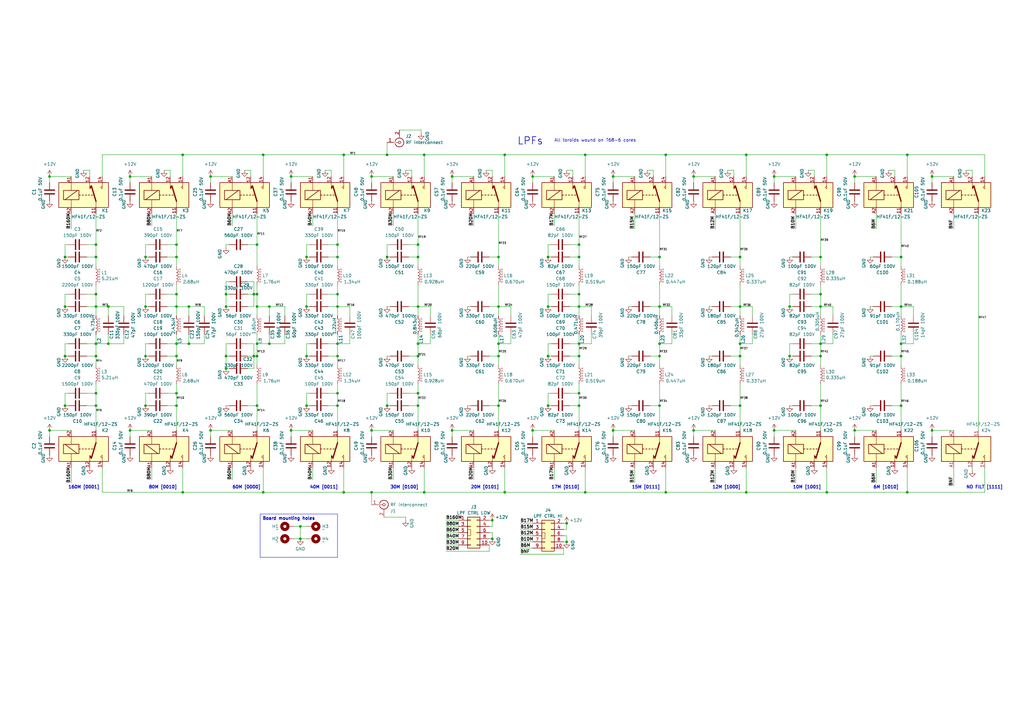
<source format=kicad_sch>
(kicad_sch (version 20231120) (generator "eeschema") (generator_version "8.0")
  (paper "A3")
  (title_block (title "K9HZ 100W 11 Band LPF: Filter board") (date "2024-01-17") (rev "V1.00") (comment 1 "Layout by OG King-KI3P") (comment 2 "Designed by WJ Schmidt-K9HZ"))
  (junction (at 44.45 125.73))
  (junction (at 372.11 63.5))
  (junction (at 336.55 120.65))
  (junction (at 237.49 140.97))
  (junction (at 72.39 105.41))
  (junction (at 207.01 201.93))
  (junction (at 20.32 72.39))
  (junction (at 74.93 63.5))
  (junction (at 232.41 222.25))
  (junction (at 152.4 201.93))
  (junction (at 336.55 166.37))
  (junction (at 72.39 146.05))
  (junction (at 270.51 105.41))
  (junction (at 336.55 105.41))
  (junction (at 119.38 176.53))
  (junction (at 232.41 214.63))
  (junction (at 306.07 201.93))
  (junction (at 270.51 146.05))
  (junction (at 138.43 100.33))
  (junction (at 382.27 176.53))
  (junction (at 44.45 140.97))
  (junction (at 125.73 125.73))
  (junction (at 105.41 125.73))
  (junction (at 218.44 176.53))
  (junction (at 306.07 63.5))
  (junction (at 92.71 151.13))
  (junction (at 171.45 146.05))
  (junction (at 303.53 140.97))
  (junction (at 105.41 140.97))
  (junction (at 273.05 201.93))
  (junction (at 303.53 105.41))
  (junction (at 171.45 125.73))
  (junction (at 173.99 201.93))
  (junction (at 237.49 125.73))
  (junction (at 86.36 72.39))
  (junction (at 369.57 146.05))
  (junction (at 104.14 146.05))
  (junction (at 140.97 201.93))
  (junction (at 53.34 72.39))
  (junction (at 72.39 100.33))
  (junction (at 201.93 213.36))
  (junction (at 39.37 161.29))
  (junction (at 105.41 146.05))
  (junction (at 158.75 166.37))
  (junction (at 77.47 125.73))
  (junction (at 138.43 120.65))
  (junction (at 110.49 125.73))
  (junction (at 369.57 125.73))
  (junction (at 138.43 161.29))
  (junction (at 39.37 120.65))
  (junction (at 224.79 105.41))
  (junction (at 92.71 120.65))
  (junction (at 270.51 140.97))
  (junction (at 303.53 166.37))
  (junction (at 336.55 125.73))
  (junction (at 270.51 125.73))
  (junction (at 173.99 63.5))
  (junction (at 39.37 140.97))
  (junction (at 171.45 166.37))
  (junction (at 140.97 63.5))
  (junction (at 125.73 146.05))
  (junction (at 369.57 140.97))
  (junction (at 39.37 105.41))
  (junction (at 158.75 105.41))
  (junction (at 74.93 201.93))
  (junction (at 201.93 220.98))
  (junction (at 204.47 125.73))
  (junction (at 152.4 72.39))
  (junction (at 369.57 105.41))
  (junction (at 26.67 105.41))
  (junction (at 119.38 72.39))
  (junction (at 107.95 201.93))
  (junction (at 284.48 72.39))
  (junction (at 237.49 105.41))
  (junction (at 152.4 176.53))
  (junction (at 323.85 146.05))
  (junction (at 138.43 125.73))
  (junction (at 59.69 166.37))
  (junction (at 107.95 63.5))
  (junction (at 110.49 140.97))
  (junction (at 105.41 120.65))
  (junction (at 86.36 176.53))
  (junction (at 224.79 166.37))
  (junction (at 171.45 100.33))
  (junction (at 204.47 146.05))
  (junction (at 72.39 161.29))
  (junction (at 224.79 125.73))
  (junction (at 39.37 166.37))
  (junction (at 270.51 166.37))
  (junction (at 224.79 146.05))
  (junction (at 303.53 146.05))
  (junction (at 26.67 166.37))
  (junction (at 207.01 63.5))
  (junction (at 77.47 140.97))
  (junction (at 317.5 176.53))
  (junction (at 59.69 105.41))
  (junction (at 240.03 201.93))
  (junction (at 20.32 176.53))
  (junction (at 72.39 125.73))
  (junction (at 237.49 146.05))
  (junction (at 26.67 125.73))
  (junction (at 125.73 166.37))
  (junction (at 251.46 72.39))
  (junction (at 240.03 63.5))
  (junction (at 104.14 120.65))
  (junction (at 26.67 146.05))
  (junction (at 237.49 100.33))
  (junction (at 339.09 201.93))
  (junction (at 204.47 166.37))
  (junction (at 171.45 140.97))
  (junction (at 317.5 72.39))
  (junction (at 138.43 166.37))
  (junction (at 185.42 72.39))
  (junction (at 59.69 146.05))
  (junction (at 339.09 63.5))
  (junction (at 138.43 140.97))
  (junction (at 138.43 146.05))
  (junction (at 237.49 120.65))
  (junction (at 72.39 120.65))
  (junction (at 39.37 125.73))
  (junction (at 39.37 146.05))
  (junction (at 204.47 140.97))
  (junction (at 105.41 166.37))
  (junction (at 323.85 125.73))
  (junction (at 123.19 220.98))
  (junction (at 171.45 105.41))
  (junction (at 158.75 63.5))
  (junction (at 350.52 176.53))
  (junction (at 273.05 63.5))
  (junction (at 171.45 161.29))
  (junction (at 336.55 146.05))
  (junction (at 303.53 125.73))
  (junction (at 372.11 201.93))
  (junction (at 123.19 215.9))
  (junction (at 72.39 166.37))
  (junction (at 59.69 125.73))
  (junction (at 53.34 176.53))
  (junction (at 251.46 176.53))
  (junction (at 336.55 140.97))
  (junction (at 350.52 72.39))
  (junction (at 218.44 72.39))
  (junction (at 92.71 125.73))
  (junction (at 185.42 176.53))
  (junction (at 369.57 166.37))
  (junction (at 284.48 176.53))
  (junction (at 92.71 146.05))
  (junction (at 382.27 72.39))
  (junction (at 72.39 140.97))
  (junction (at 125.73 105.41))
  (junction (at 204.47 105.41))
  (junction (at 105.41 100.33))
  (junction (at 138.43 105.41))
  (junction (at 237.49 166.37))
  (junction (at 237.49 161.29))
  (junction (at 39.37 100.33))
  (wire (pts (xy 92.71 125.73) (xy 93.98 125.73)))
  (wire (pts (xy 53.34 72.39) (xy 53.34 74.93)))
  (wire (pts (xy 171.45 146.05) (xy 171.45 149.86)))
  (wire (pts (xy 336.55 140.97) (xy 341.63 140.97)))
  (wire (pts (xy 171.45 100.33) (xy 171.45 105.41)))
  (wire (pts (xy 35.56 161.29) (xy 39.37 161.29)))
  (wire (pts (xy 35.56 105.41) (xy 39.37 105.41)))
  (wire (pts (xy 168.91 69.85) (xy 166.37 69.85)))
  (wire (pts (xy 104.14 115.57) (xy 104.14 120.65)))
  (wire (pts (xy 140.97 201.93) (xy 152.4 201.93)))
  (wire (pts (xy 233.68 146.05) (xy 237.49 146.05)))
  (wire (pts (xy 105.41 125.73) (xy 110.49 125.73)))
  (wire (pts (xy 72.39 120.65) (xy 72.39 125.73)))
  (wire (pts (xy 237.49 166.37) (xy 237.49 176.53)))
  (wire (pts (xy 191.77 105.41) (xy 193.04 105.41)))
  (wire (pts (xy 93.98 120.65) (xy 92.71 120.65)))
  (wire (pts (xy 303.53 166.37) (xy 303.53 176.53)))
  (wire (pts (xy 35.56 125.73) (xy 39.37 125.73)))
  (wire (pts (xy 207.01 191.77) (xy 207.01 201.93)))
  (wire (pts (xy 74.93 72.39) (xy 74.93 63.5)))
  (wire (pts (xy 50.8 125.73) (xy 50.8 129.54)))
  (wire (pts (xy 171.45 87.63) (xy 171.45 100.33)))
  (wire (pts (xy 92.71 151.13) (xy 93.98 151.13)))
  (wire (pts (xy 26.67 125.73) (xy 27.94 125.73)))
  (wire (pts (xy 92.71 115.57) (xy 92.71 120.65)))
  (wire (pts (xy 267.97 69.85) (xy 265.43 69.85)))
  (wire (pts (xy 161.29 191.77) (xy 161.29 196.85)))
  (wire (pts (xy 290.83 146.05) (xy 292.1 146.05)))
  (wire (pts (xy 200.66 125.73) (xy 204.47 125.73)))
  (wire (pts (xy 270.51 87.63) (xy 270.51 105.41)))
  (wire (pts (xy 59.69 125.73) (xy 60.96 125.73)))
  (wire (pts (xy 93.98 100.33) (xy 92.71 100.33)))
  (wire (pts (xy 382.27 72.39) (xy 391.16 72.39)))
  (wire (pts (xy 336.55 105.41) (xy 336.55 109.22)))
  (wire (pts (xy 336.55 137.16) (xy 336.55 140.97)))
  (wire (pts (xy 207.01 201.93) (xy 240.03 201.93)))
  (wire (pts (xy 138.43 161.29) (xy 138.43 157.48)))
  (wire (pts (xy 101.6 151.13) (xy 104.14 151.13)))
  (wire (pts (xy 152.4 72.39) (xy 161.29 72.39)))
  (wire (pts (xy 401.32 87.63) (xy 401.32 176.53)))
  (wire (pts (xy 213.36 219.71) (xy 218.44 219.71)))
  (wire (pts (xy 72.39 125.73) (xy 72.39 129.54)))
  (wire (pts (xy 27.94 100.33) (xy 26.67 100.33)))
  (wire (pts (xy 134.62 105.41) (xy 138.43 105.41)))
  (wire (pts (xy 226.06 140.97) (xy 224.79 140.97)))
  (wire (pts (xy 59.69 166.37) (xy 60.96 166.37)))
  (wire (pts (xy 107.95 201.93) (xy 140.97 201.93)))
  (wire (pts (xy 369.57 140.97) (xy 369.57 146.05)))
  (wire (pts (xy 138.43 125.73) (xy 143.51 125.73)))
  (wire (pts (xy 369.57 166.37) (xy 369.57 176.53)))
  (wire (pts (xy 62.23 92.71) (xy 62.23 87.63)))
  (wire (pts (xy 201.93 72.39) (xy 201.93 69.85)))
  (wire (pts (xy 134.62 120.65) (xy 138.43 120.65)))
  (wire (pts (xy 171.45 116.84) (xy 171.45 125.73)))
  (wire (pts (xy 233.68 120.65) (xy 237.49 120.65)))
  (wire (pts (xy 224.79 125.73) (xy 226.06 125.73)))
  (wire (pts (xy 116.84 125.73) (xy 116.84 129.54)))
  (wire (pts (xy 372.11 191.77) (xy 372.11 201.93)))
  (wire (pts (xy 251.46 72.39) (xy 251.46 74.93)))
  (wire (pts (xy 382.27 176.53) (xy 391.16 176.53)))
  (wire (pts (xy 403.86 72.39) (xy 403.86 63.5)))
  (wire (pts (xy 138.43 87.63) (xy 138.43 100.33)))
  (wire (pts (xy 35.56 120.65) (xy 39.37 120.65)))
  (wire (pts (xy 72.39 105.41) (xy 72.39 109.22)))
  (wire (pts (xy 102.87 72.39) (xy 102.87 69.85)))
  (wire (pts (xy 369.57 140.97) (xy 374.65 140.97)))
  (wire (pts (xy 172.72 54.61) (xy 172.72 53.34)))
  (wire (pts (xy 266.7 105.41) (xy 270.51 105.41)))
  (wire (pts (xy 227.33 92.71) (xy 227.33 87.63)))
  (wire (pts (xy 226.06 161.29) (xy 224.79 161.29)))
  (wire (pts (xy 27.94 140.97) (xy 26.67 140.97)))
  (wire (pts (xy 233.68 125.73) (xy 237.49 125.73)))
  (wire (pts (xy 240.03 63.5) (xy 240.03 72.39)))
  (wire (pts (xy 356.87 125.73) (xy 358.14 125.73)))
  (wire (pts (xy 53.34 176.53) (xy 53.34 179.07)))
  (wire (pts (xy 104.14 125.73) (xy 104.14 120.65)))
  (wire (pts (xy 336.55 125.73) (xy 341.63 125.73)))
  (wire (pts (xy 59.69 100.33) (xy 59.69 105.41)))
  (wire (pts (xy 101.6 146.05) (xy 104.14 146.05)))
  (wire (pts (xy 306.07 201.93) (xy 339.09 201.93)))
  (wire (pts (xy 110.49 140.97) (xy 116.84 140.97)))
  (wire (pts (xy 391.16 199.39) (xy 391.16 191.77)))
  (wire (pts (xy 237.49 166.37) (xy 237.49 161.29)))
  (wire (pts (xy 224.79 100.33) (xy 224.79 105.41)))
  (wire (pts (xy 201.93 220.98) (xy 200.66 220.98)))
  (wire (pts (xy 308.61 137.16) (xy 308.61 140.97)))
  (wire (pts (xy 306.07 191.77) (xy 306.07 201.93)))
  (wire (pts (xy 303.53 140.97) (xy 308.61 140.97)))
  (wire (pts (xy 93.98 140.97) (xy 92.71 140.97)))
  (wire (pts (xy 168.91 72.39) (xy 168.91 69.85)))
  (wire (pts (xy 204.47 87.63) (xy 204.47 105.41)))
  (wire (pts (xy 306.07 63.5) (xy 339.09 63.5)))
  (wire (pts (xy 237.49 125.73) (xy 242.57 125.73)))
  (wire (pts (xy 105.41 140.97) (xy 110.49 140.97)))
  (wire (pts (xy 26.67 100.33) (xy 26.67 105.41)))
  (wire (pts (xy 39.37 161.29) (xy 39.37 157.48)))
  (wire (pts (xy 231.14 227.33) (xy 231.14 224.79)))
  (wire (pts (xy 398.78 191.77) (xy 398.78 193.04)))
  (wire (pts (xy 391.16 93.98) (xy 391.16 87.63)))
  (wire (pts (xy 237.49 146.05) (xy 237.49 149.86)))
  (wire (pts (xy 303.53 157.48) (xy 303.53 166.37)))
  (wire (pts (xy 101.6 125.73) (xy 104.14 125.73)))
  (wire (pts (xy 72.39 140.97) (xy 77.47 140.97)))
  (wire (pts (xy 125.73 166.37) (xy 127 166.37)))
  (wire (pts (xy 41.91 72.39) (xy 41.91 63.5)))
  (wire (pts (xy 204.47 140.97) (xy 209.55 140.97)))
  (wire (pts (xy 152.4 176.53) (xy 152.4 179.07)))
  (wire (pts (xy 125.73 100.33) (xy 125.73 105.41)))
  (wire (pts (xy 213.36 224.79) (xy 218.44 224.79)))
  (wire (pts (xy 299.72 166.37) (xy 303.53 166.37)))
  (wire (pts (xy 237.49 105.41) (xy 237.49 109.22)))
  (wire (pts (xy 226.06 120.65) (xy 224.79 120.65)))
  (wire (pts (xy 270.51 166.37) (xy 270.51 176.53)))
  (wire (pts (xy 200.66 215.9) (xy 201.93 215.9)))
  (wire (pts (xy 290.83 105.41) (xy 292.1 105.41)))
  (wire (pts (xy 336.55 140.97) (xy 336.55 146.05)))
  (wire (pts (xy 105.41 87.63) (xy 105.41 100.33)))
  (wire (pts (xy 273.05 201.93) (xy 306.07 201.93)))
  (wire (pts (xy 39.37 125.73) (xy 44.45 125.73)))
  (wire (pts (xy 86.36 176.53) (xy 86.36 179.07)))
  (wire (pts (xy 104.14 146.05) (xy 105.41 146.05)))
  (wire (pts (xy 134.62 140.97) (xy 138.43 140.97)))
  (wire (pts (xy 101.6 100.33) (xy 105.41 100.33)))
  (wire (pts (xy 107.95 63.5) (xy 140.97 63.5)))
  (wire (pts (xy 105.41 116.84) (xy 105.41 120.65)))
  (wire (pts (xy 218.44 72.39) (xy 218.44 74.93)))
  (wire (pts (xy 158.75 166.37) (xy 160.02 166.37)))
  (wire (pts (xy 275.59 137.16) (xy 275.59 140.97)))
  (wire (pts (xy 213.36 222.25) (xy 218.44 222.25)))
  (wire (pts (xy 72.39 87.63) (xy 72.39 100.33)))
  (wire (pts (xy 138.43 120.65) (xy 138.43 125.73)))
  (wire (pts (xy 160.02 100.33) (xy 158.75 100.33)))
  (wire (pts (xy 185.42 176.53) (xy 185.42 179.07)))
  (wire (pts (xy 200.66 226.06) (xy 200.66 223.52)))
  (wire (pts (xy 92.71 146.05) (xy 93.98 146.05)))
  (wire (pts (xy 204.47 137.16) (xy 204.47 140.97)))
  (wire (pts (xy 138.43 137.16) (xy 138.43 140.97)))
  (wire (pts (xy 336.55 125.73) (xy 336.55 129.54)))
  (wire (pts (xy 138.43 166.37) (xy 138.43 176.53)))
  (wire (pts (xy 224.79 140.97) (xy 224.79 146.05)))
  (wire (pts (xy 237.49 137.16) (xy 237.49 140.97)))
  (wire (pts (xy 140.97 63.5) (xy 158.75 63.5)))
  (wire (pts (xy 161.29 92.71) (xy 161.29 87.63)))
  (wire (pts (xy 77.47 125.73) (xy 83.82 125.73)))
  (wire (pts (xy 237.49 140.97) (xy 237.49 146.05)))
  (wire (pts (xy 251.46 72.39) (xy 260.35 72.39)))
  (wire (pts (xy 105.41 140.97) (xy 105.41 146.05)))
  (wire (pts (xy 224.79 166.37) (xy 226.06 166.37)))
  (wire (pts (xy 116.84 140.97) (xy 116.84 137.16)))
  (wire (pts (xy 171.45 137.16) (xy 171.45 140.97)))
  (wire (pts (xy 158.75 161.29) (xy 158.75 166.37)))
  (wire (pts (xy 369.57 157.48) (xy 369.57 166.37)))
  (wire (pts (xy 323.85 125.73) (xy 325.12 125.73)))
  (wire (pts (xy 138.43 125.73) (xy 138.43 129.54)))
  (wire (pts (xy 403.86 191.77) (xy 403.86 201.93)))
  (wire (pts (xy 27.94 120.65) (xy 26.67 120.65)))
  (wire (pts (xy 39.37 166.37) (xy 39.37 176.53)))
  (wire (pts (xy 350.52 176.53) (xy 359.41 176.53)))
  (wire (pts (xy 270.51 125.73) (xy 275.59 125.73)))
  (wire (pts (xy 26.67 140.97) (xy 26.67 146.05)))
  (wire (pts (xy 237.49 116.84) (xy 237.49 120.65)))
  (wire (pts (xy 336.55 116.84) (xy 336.55 120.65)))
  (wire (pts (xy 53.34 176.53) (xy 62.23 176.53)))
  (wire (pts (xy 209.55 125.73) (xy 209.55 129.54)))
  (wire (pts (xy 398.78 72.39) (xy 398.78 69.85)))
  (wire (pts (xy 303.53 116.84) (xy 303.53 125.73)))
  (wire (pts (xy 171.45 161.29) (xy 171.45 157.48)))
  (wire (pts (xy 158.75 105.41) (xy 160.02 105.41)))
  (wire (pts (xy 299.72 105.41) (xy 303.53 105.41)))
  (wire (pts (xy 29.21 93.98) (xy 29.21 87.63)))
  (wire (pts (xy 59.69 161.29) (xy 59.69 166.37)))
  (wire (pts (xy 323.85 105.41) (xy 325.12 105.41)))
  (wire (pts (xy 303.53 140.97) (xy 303.53 146.05)))
  (wire (pts (xy 201.93 215.9) (xy 201.93 213.36)))
  (wire (pts (xy 105.41 100.33) (xy 105.41 109.22)))
  (wire (pts (xy 372.11 201.93) (xy 403.86 201.93)))
  (wire (pts (xy 299.72 146.05) (xy 303.53 146.05)))
  (wire (pts (xy 237.49 140.97) (xy 242.57 140.97)))
  (wire (pts (xy 270.51 157.48) (xy 270.51 166.37)))
  (wire (pts (xy 224.79 105.41) (xy 226.06 105.41)))
  (wire (pts (xy 173.99 201.93) (xy 207.01 201.93)))
  (wire (pts (xy 293.37 198.12) (xy 293.37 191.77)))
  (wire (pts (xy 26.67 166.37) (xy 27.94 166.37)))
  (wire (pts (xy 204.47 125.73) (xy 209.55 125.73)))
  (wire (pts (xy 300.99 72.39) (xy 300.99 69.85)))
  (wire (pts (xy 266.7 125.73) (xy 270.51 125.73)))
  (wire (pts (xy 68.58 146.05) (xy 72.39 146.05)))
  (wire (pts (xy 68.58 166.37) (xy 72.39 166.37)))
  (wire (pts (xy 119.38 72.39) (xy 119.38 74.93)))
  (wire (pts (xy 20.32 72.39) (xy 29.21 72.39)))
  (wire (pts (xy 77.47 137.16) (xy 77.47 140.97)))
  (wire (pts (xy 104.14 120.65) (xy 105.41 120.65)))
  (wire (pts (xy 60.96 100.33) (xy 59.69 100.33)))
  (wire (pts (xy 185.42 176.53) (xy 194.31 176.53)))
  (wire (pts (xy 92.71 100.33) (xy 92.71 101.6)))
  (wire (pts (xy 105.41 120.65) (xy 105.41 125.73)))
  (wire (pts (xy 218.44 72.39) (xy 227.33 72.39)))
  (wire (pts (xy 293.37 93.98) (xy 293.37 87.63)))
  (wire (pts (xy 167.64 100.33) (xy 171.45 100.33)))
  (wire (pts (xy 29.21 198.12) (xy 29.21 191.77)))
  (wire (pts (xy 350.52 176.53) (xy 350.52 179.07)))
  (wire (pts (xy 138.43 166.37) (xy 138.43 161.29)))
  (wire (pts (xy 332.74 146.05) (xy 336.55 146.05)))
  (wire (pts (xy 135.89 69.85) (xy 133.35 69.85)))
  (wire (pts (xy 39.37 140.97) (xy 44.45 140.97)))
  (wire (pts (xy 68.58 120.65) (xy 72.39 120.65)))
  (wire (pts (xy 273.05 72.39) (xy 273.05 63.5)))
  (wire (pts (xy 167.64 146.05) (xy 171.45 146.05)))
  (wire (pts (xy 359.41 198.12) (xy 359.41 191.77)))
  (wire (pts (xy 171.45 140.97) (xy 171.45 146.05)))
  (wire (pts (xy 336.55 146.05) (xy 336.55 149.86)))
  (wire (pts (xy 270.51 140.97) (xy 275.59 140.97)))
  (wire (pts (xy 127 140.97) (xy 125.73 140.97)))
  (wire (pts (xy 152.4 176.53) (xy 161.29 176.53)))
  (wire (pts (xy 369.57 125.73) (xy 369.57 129.54)))
  (wire (pts (xy 356.87 146.05) (xy 358.14 146.05)))
  (wire (pts (xy 284.48 72.39) (xy 284.48 74.93)))
  (wire (pts (xy 74.93 201.93) (xy 107.95 201.93)))
  (wire (pts (xy 39.37 140.97) (xy 39.37 146.05)))
  (wire (pts (xy 341.63 125.73) (xy 341.63 129.54)))
  (wire (pts (xy 233.68 105.41) (xy 237.49 105.41)))
  (wire (pts (xy 110.49 125.73) (xy 110.49 129.54)))
  (wire (pts (xy 237.49 87.63) (xy 237.49 100.33)))
  (wire (pts (xy 372.11 72.39) (xy 372.11 63.5)))
  (wire (pts (xy 266.7 166.37) (xy 270.51 166.37)))
  (wire (pts (xy 83.82 140.97) (xy 83.82 137.16)))
  (wire (pts (xy 231.14 214.63) (xy 232.41 214.63)))
  (wire (pts (xy 350.52 72.39) (xy 350.52 74.93)))
  (wire (pts (xy 39.37 137.16) (xy 39.37 140.97)))
  (wire (pts (xy 341.63 137.16) (xy 341.63 140.97)))
  (wire (pts (xy 332.74 166.37) (xy 336.55 166.37)))
  (wire (pts (xy 356.87 105.41) (xy 358.14 105.41)))
  (wire (pts (xy 171.45 166.37) (xy 171.45 176.53)))
  (wire (pts (xy 72.39 146.05) (xy 72.39 149.86)))
  (wire (pts (xy 59.69 140.97) (xy 59.69 146.05)))
  (wire (pts (xy 167.64 161.29) (xy 171.45 161.29)))
  (wire (pts (xy 273.05 191.77) (xy 273.05 201.93)))
  (wire (pts (xy 382.27 176.53) (xy 382.27 179.07)))
  (wire (pts (xy 125.73 105.41) (xy 127 105.41)))
  (wire (pts (xy 317.5 176.53) (xy 326.39 176.53)))
  (wire (pts (xy 167.64 105.41) (xy 171.45 105.41)))
  (wire (pts (xy 127 100.33) (xy 125.73 100.33)))
  (wire (pts (xy 72.39 125.73) (xy 77.47 125.73)))
  (wire (pts (xy 194.31 191.77) (xy 194.31 196.85)))
  (wire (pts (xy 365.76 125.73) (xy 369.57 125.73)))
  (wire (pts (xy 173.99 63.5) (xy 173.99 72.39)))
  (wire (pts (xy 182.88 226.06) (xy 200.66 226.06)))
  (wire (pts (xy 41.91 201.93) (xy 74.93 201.93)))
  (wire (pts (xy 74.93 191.77) (xy 74.93 201.93)))
  (wire (pts (xy 317.5 72.39) (xy 326.39 72.39)))
  (wire (pts (xy 127 161.29) (xy 125.73 161.29)))
  (wire (pts (xy 158.75 100.33) (xy 158.75 105.41)))
  (wire (pts (xy 204.47 146.05) (xy 204.47 149.86)))
  (wire (pts (xy 72.39 140.97) (xy 72.39 146.05)))
  (wire (pts (xy 125.73 140.97) (xy 125.73 146.05)))
  (wire (pts (xy 105.41 146.05) (xy 105.41 149.86)))
  (wire (pts (xy 69.85 72.39) (xy 69.85 69.85)))
  (wire (pts (xy 332.74 125.73) (xy 336.55 125.73)))
  (wire (pts (xy 240.03 63.5) (xy 273.05 63.5)))
  (wire (pts (xy 119.38 176.53) (xy 128.27 176.53)))
  (wire (pts (xy 200.66 146.05) (xy 204.47 146.05)))
  (wire (pts (xy 213.36 217.17) (xy 218.44 217.17)))
  (wire (pts (xy 134.62 146.05) (xy 138.43 146.05)))
  (wire (pts (xy 107.95 63.5) (xy 107.95 72.39)))
  (wire (pts (xy 356.87 166.37) (xy 358.14 166.37)))
  (wire (pts (xy 237.49 120.65) (xy 237.49 125.73)))
  (wire (pts (xy 332.74 140.97) (xy 336.55 140.97)))
  (wire (pts (xy 191.77 166.37) (xy 193.04 166.37)))
  (wire (pts (xy 234.95 72.39) (xy 234.95 69.85)))
  (wire (pts (xy 128.27 92.71) (xy 128.27 87.63)))
  (wire (pts (xy 207.01 63.5) (xy 207.01 72.39)))
  (wire (pts (xy 152.4 72.39) (xy 152.4 74.93)))
  (wire (pts (xy 35.56 166.37) (xy 39.37 166.37)))
  (wire (pts (xy 332.74 105.41) (xy 336.55 105.41)))
  (wire (pts (xy 369.57 146.05) (xy 369.57 149.86)))
  (wire (pts (xy 157.48 212.09) (xy 166.37 212.09)))
  (wire (pts (xy 339.09 201.93) (xy 372.11 201.93)))
  (wire (pts (xy 303.53 87.63) (xy 303.53 105.41)))
  (wire (pts (xy 68.58 125.73) (xy 72.39 125.73)))
  (wire (pts (xy 92.71 151.13) (xy 92.71 146.05)))
  (wire (pts (xy 350.52 72.39) (xy 359.41 72.39)))
  (wire (pts (xy 171.45 105.41) (xy 171.45 109.22)))
  (wire (pts (xy 231.14 217.17) (xy 232.41 217.17)))
  (wire (pts (xy 182.88 220.98) (xy 187.96 220.98)))
  (wire (pts (xy 251.46 176.53) (xy 251.46 179.07)))
  (wire (pts (xy 125.73 146.05) (xy 127 146.05)))
  (wire (pts (xy 158.75 125.73) (xy 160.02 125.73)))
  (wire (pts (xy 125.73 125.73) (xy 127 125.73)))
  (wire (pts (xy 218.44 176.53) (xy 227.33 176.53)))
  (wire (pts (xy 110.49 137.16) (xy 110.49 140.97)))
  (wire (pts (xy 138.43 116.84) (xy 138.43 120.65)))
  (wire (pts (xy 267.97 72.39) (xy 267.97 69.85)))
  (wire (pts (xy 35.56 140.97) (xy 39.37 140.97)))
  (wire (pts (xy 284.48 72.39) (xy 293.37 72.39)))
  (wire (pts (xy 224.79 120.65) (xy 224.79 125.73)))
  (wire (pts (xy 101.6 115.57) (xy 104.14 115.57)))
  (wire (pts (xy 326.39 93.98) (xy 326.39 87.63)))
  (wire (pts (xy 339.09 63.5) (xy 372.11 63.5)))
  (wire (pts (xy 240.03 201.93) (xy 240.03 191.77)))
  (wire (pts (xy 68.58 140.97) (xy 72.39 140.97)))
  (wire (pts (xy 303.53 125.73) (xy 308.61 125.73)))
  (wire (pts (xy 171.45 166.37) (xy 171.45 161.29)))
  (wire (pts (xy 127 120.65) (xy 125.73 120.65)))
  (wire (pts (xy 336.55 157.48) (xy 336.55 166.37)))
  (wire (pts (xy 290.83 166.37) (xy 292.1 166.37)))
  (wire (pts (xy 68.58 100.33) (xy 72.39 100.33)))
  (wire (pts (xy 317.5 72.39) (xy 317.5 74.93)))
  (wire (pts (xy 233.68 166.37) (xy 237.49 166.37)))
  (wire (pts (xy 182.88 223.52) (xy 187.96 223.52)))
  (wire (pts (xy 284.48 176.53) (xy 293.37 176.53)))
  (wire (pts (xy 257.81 105.41) (xy 259.08 105.41)))
  (wire (pts (xy 273.05 63.5) (xy 306.07 63.5)))
  (wire (pts (xy 209.55 137.16) (xy 209.55 140.97)))
  (wire (pts (xy 275.59 125.73) (xy 275.59 129.54)))
  (wire (pts (xy 26.67 105.41) (xy 27.94 105.41)))
  (wire (pts (xy 257.81 146.05) (xy 259.08 146.05)))
  (wire (pts (xy 224.79 161.29) (xy 224.79 166.37)))
  (wire (pts (xy 365.76 166.37) (xy 369.57 166.37)))
  (wire (pts (xy 339.09 191.77) (xy 339.09 201.93)))
  (wire (pts (xy 72.39 137.16) (xy 72.39 140.97)))
  (wire (pts (xy 369.57 116.84) (xy 369.57 125.73)))
  (wire (pts (xy 257.81 125.73) (xy 259.08 125.73)))
  (wire (pts (xy 308.61 125.73) (xy 308.61 129.54)))
  (wire (pts (xy 227.33 191.77) (xy 227.33 196.85)))
  (wire (pts (xy 290.83 125.73) (xy 292.1 125.73)))
  (wire (pts (xy 185.42 72.39) (xy 194.31 72.39)))
  (wire (pts (xy 152.4 201.93) (xy 152.4 207.01)))
  (wire (pts (xy 72.39 166.37) (xy 72.39 176.53)))
  (wire (pts (xy 233.68 161.29) (xy 237.49 161.29)))
  (wire (pts (xy 365.76 146.05) (xy 369.57 146.05)))
  (wire (pts (xy 83.82 125.73) (xy 83.82 129.54)))
  (wire (pts (xy 140.97 63.5) (xy 140.97 72.39)))
  (wire (pts (xy 44.45 140.97) (xy 50.8 140.97)))
  (wire (pts (xy 77.47 125.73) (xy 77.47 129.54)))
  (wire (pts (xy 369.57 105.41) (xy 369.57 109.22)))
  (wire (pts (xy 101.6 140.97) (xy 104.14 140.97)))
  (wire (pts (xy 204.47 105.41) (xy 204.47 109.22)))
  (wire (pts (xy 325.12 120.65) (xy 323.85 120.65)))
  (wire (pts (xy 257.81 166.37) (xy 259.08 166.37)))
  (wire (pts (xy 234.95 69.85) (xy 232.41 69.85)))
  (wire (pts (xy 200.66 218.44) (xy 201.93 218.44)))
  (wire (pts (xy 323.85 120.65) (xy 323.85 125.73)))
  (wire (pts (xy 86.36 176.53) (xy 95.25 176.53)))
  (wire (pts (xy 41.91 191.77) (xy 41.91 201.93)))
  (wire (pts (xy 173.99 63.5) (xy 207.01 63.5)))
  (wire (pts (xy 242.57 125.73) (xy 242.57 129.54)))
  (wire (pts (xy 232.41 219.71) (xy 232.41 222.25)))
  (wire (pts (xy 138.43 100.33) (xy 138.43 105.41)))
  (wire (pts (xy 299.72 125.73) (xy 303.53 125.73)))
  (wire (pts (xy 20.32 72.39) (xy 20.32 74.93)))
  (wire (pts (xy 359.41 93.98) (xy 359.41 87.63)))
  (wire (pts (xy 374.65 125.73) (xy 374.65 129.54)))
  (wire (pts (xy 95.25 92.71) (xy 95.25 87.63)))
  (wire (pts (xy 72.39 100.33) (xy 72.39 105.41)))
  (wire (pts (xy 233.68 140.97) (xy 237.49 140.97)))
  (wire (pts (xy 398.78 69.85) (xy 396.24 69.85)))
  (wire (pts (xy 36.83 72.39) (xy 36.83 69.85)))
  (wire (pts (xy 231.14 219.71) (xy 232.41 219.71)))
  (wire (pts (xy 201.93 213.36) (xy 200.66 213.36)))
  (wire (pts (xy 204.47 116.84) (xy 204.47 125.73)))
  (wire (pts (xy 323.85 146.05) (xy 325.12 146.05)))
  (wire (pts (xy 367.03 72.39) (xy 367.03 69.85)))
  (wire (pts (xy 303.53 125.73) (xy 303.53 129.54)))
  (wire (pts (xy 194.31 92.71) (xy 194.31 87.63)))
  (wire (pts (xy 300.99 69.85) (xy 298.45 69.85)))
  (wire (pts (xy 68.58 105.41) (xy 72.39 105.41)))
  (wire (pts (xy 74.93 63.5) (xy 107.95 63.5)))
  (wire (pts (xy 213.36 227.33) (xy 231.14 227.33)))
  (wire (pts (xy 60.96 161.29) (xy 59.69 161.29)))
  (wire (pts (xy 166.37 213.36) (xy 166.37 212.09)))
  (wire (pts (xy 53.34 72.39) (xy 62.23 72.39)))
  (wire (pts (xy 72.39 116.84) (xy 72.39 120.65)))
  (wire (pts (xy 138.43 140.97) (xy 138.43 146.05)))
  (wire (pts (xy 59.69 146.05) (xy 60.96 146.05)))
  (wire (pts (xy 104.14 140.97) (xy 104.14 146.05)))
  (wire (pts (xy 59.69 105.41) (xy 60.96 105.41)))
  (wire (pts (xy 77.47 140.97) (xy 83.82 140.97)))
  (wire (pts (xy 119.38 176.53) (xy 119.38 179.07)))
  (wire (pts (xy 27.94 161.29) (xy 26.67 161.29)))
  (wire (pts (xy 382.27 72.39) (xy 382.27 74.93)))
  (wire (pts (xy 204.47 166.37) (xy 204.47 176.53)))
  (wire (pts (xy 86.36 72.39) (xy 95.25 72.39)))
  (wire (pts (xy 372.11 63.5) (xy 403.86 63.5)))
  (wire (pts (xy 303.53 146.05) (xy 303.53 149.86)))
  (wire (pts (xy 143.51 137.16) (xy 143.51 140.97)))
  (wire (pts (xy 138.43 105.41) (xy 138.43 109.22)))
  (wire (pts (xy 270.51 146.05) (xy 270.51 149.86)))
  (wire (pts (xy 231.14 222.25) (xy 232.41 222.25)))
  (wire (pts (xy 39.37 116.84) (xy 39.37 120.65)))
  (wire (pts (xy 39.37 166.37) (xy 39.37 161.29)))
  (wire (pts (xy 303.53 105.41) (xy 303.53 109.22)))
  (wire (pts (xy 105.41 166.37) (xy 105.41 176.53)))
  (wire (pts (xy 26.67 120.65) (xy 26.67 125.73)))
  (wire (pts (xy 266.7 146.05) (xy 270.51 146.05)))
  (wire (pts (xy 334.01 69.85) (xy 331.47 69.85)))
  (wire (pts (xy 317.5 176.53) (xy 317.5 179.07)))
  (wire (pts (xy 233.68 100.33) (xy 237.49 100.33)))
  (wire (pts (xy 92.71 120.65) (xy 92.71 125.73)))
  (wire (pts (xy 44.45 137.16) (xy 44.45 140.97)))
  (wire (pts (xy 201.93 218.44) (xy 201.93 220.98)))
  (wire (pts (xy 339.09 72.39) (xy 339.09 63.5)))
  (wire (pts (xy 303.53 137.16) (xy 303.53 140.97)))
  (wire (pts (xy 270.51 137.16) (xy 270.51 140.97)))
  (wire (pts (xy 336.55 87.63) (xy 336.55 105.41)))
  (wire (pts (xy 35.56 100.33) (xy 39.37 100.33)))
  (wire (pts (xy 237.49 161.29) (xy 237.49 157.48)))
  (wire (pts (xy 284.48 176.53) (xy 284.48 179.07)))
  (wire (pts (xy 204.47 125.73) (xy 204.47 129.54)))
  (wire (pts (xy 134.62 161.29) (xy 138.43 161.29)))
  (wire (pts (xy 59.69 120.65) (xy 59.69 125.73)))
  (wire (pts (xy 26.67 161.29) (xy 26.67 166.37)))
  (wire (pts (xy 176.53 125.73) (xy 176.53 129.54)))
  (wire (pts (xy 92.71 140.97) (xy 92.71 146.05)))
  (wire (pts (xy 191.77 146.05) (xy 193.04 146.05)))
  (wire (pts (xy 226.06 100.33) (xy 224.79 100.33)))
  (wire (pts (xy 134.62 125.73) (xy 138.43 125.73)))
  (wire (pts (xy 332.74 120.65) (xy 336.55 120.65)))
  (wire (pts (xy 270.51 125.73) (xy 270.51 129.54)))
  (wire (pts (xy 93.98 115.57) (xy 92.71 115.57)))
  (wire (pts (xy 152.4 201.93) (xy 173.99 201.93)))
  (wire (pts (xy 72.39 166.37) (xy 72.39 161.29)))
  (wire (pts (xy 160.02 161.29) (xy 158.75 161.29)))
  (wire (pts (xy 237.49 125.73) (xy 237.49 129.54)))
  (wire (pts (xy 20.32 176.53) (xy 29.21 176.53)))
  (wire (pts (xy 191.77 125.73) (xy 193.04 125.73)))
  (wire (pts (xy 336.55 120.65) (xy 336.55 125.73)))
  (wire (pts (xy 325.12 140.97) (xy 323.85 140.97)))
  (wire (pts (xy 128.27 191.77) (xy 128.27 196.85)))
  (wire (pts (xy 369.57 87.63) (xy 369.57 105.41)))
  (wire (pts (xy 123.19 220.98) (xy 125.73 220.98)))
  (wire (pts (xy 270.51 105.41) (xy 270.51 109.22)))
  (wire (pts (xy 39.37 120.65) (xy 39.37 125.73)))
  (wire (pts (xy 125.73 161.29) (xy 125.73 166.37)))
  (wire (pts (xy 336.55 166.37) (xy 336.55 176.53)))
  (wire (pts (xy 119.38 72.39) (xy 128.27 72.39)))
  (wire (pts (xy 182.88 218.44) (xy 187.96 218.44)))
  (wire (pts (xy 101.6 166.37) (xy 105.41 166.37)))
  (wire (pts (xy 69.85 69.85) (xy 67.31 69.85)))
  (wire (pts (xy 95.25 191.77) (xy 95.25 196.85)))
  (wire (pts (xy 138.43 140.97) (xy 143.51 140.97)))
  (wire (pts (xy 72.39 161.29) (xy 72.39 157.48)))
  (wire (pts (xy 158.75 63.5) (xy 173.99 63.5)))
  (wire (pts (xy 251.46 176.53) (xy 260.35 176.53)))
  (wire (pts (xy 123.19 215.9) (xy 125.73 215.9)))
  (wire (pts (xy 213.36 214.63) (xy 218.44 214.63)))
  (wire (pts (xy 172.72 53.34) (xy 163.83 53.34)))
  (wire (pts (xy 173.99 191.77) (xy 173.99 201.93)))
  (wire (pts (xy 171.45 125.73) (xy 171.45 129.54)))
  (wire (pts (xy 334.01 72.39) (xy 334.01 69.85)))
  (wire (pts (xy 365.76 105.41) (xy 369.57 105.41)))
  (wire (pts (xy 104.14 151.13) (xy 104.14 146.05)))
  (wire (pts (xy 50.8 140.97) (xy 50.8 137.16)))
  (wire (pts (xy 86.36 72.39) (xy 86.36 74.93)))
  (wire (pts (xy 105.41 137.16) (xy 105.41 140.97)))
  (wire (pts (xy 123.19 220.98) (xy 120.65 220.98)))
  (wire (pts (xy 39.37 125.73) (xy 39.37 129.54)))
  (wire (pts (xy 39.37 87.63) (xy 39.37 100.33)))
  (wire (pts (xy 204.47 140.97) (xy 204.47 146.05)))
  (wire (pts (xy 158.75 58.42) (xy 158.75 63.5)))
  (wire (pts (xy 105.41 157.48) (xy 105.41 166.37)))
  (wire (pts (xy 204.47 157.48) (xy 204.47 166.37)))
  (wire (pts (xy 26.67 146.05) (xy 27.94 146.05)))
  (wire (pts (xy 60.96 120.65) (xy 59.69 120.65)))
  (wire (pts (xy 110.49 125.73) (xy 116.84 125.73)))
  (wire (pts (xy 240.03 201.93) (xy 273.05 201.93)))
  (wire (pts (xy 306.07 72.39) (xy 306.07 63.5)))
  (wire (pts (xy 123.19 215.9) (xy 123.19 220.98)))
  (wire (pts (xy 60.96 140.97) (xy 59.69 140.97)))
  (wire (pts (xy 105.41 125.73) (xy 105.41 129.54)))
  (wire (pts (xy 260.35 93.98) (xy 260.35 87.63)))
  (wire (pts (xy 68.58 161.29) (xy 72.39 161.29)))
  (wire (pts (xy 134.62 166.37) (xy 138.43 166.37)))
  (wire (pts (xy 92.71 166.37) (xy 93.98 166.37)))
  (wire (pts (xy 41.91 63.5) (xy 74.93 63.5)))
  (wire (pts (xy 107.95 191.77) (xy 107.95 201.93)))
  (wire (pts (xy 20.32 176.53) (xy 20.32 179.07)))
  (wire (pts (xy 270.51 140.97) (xy 270.51 146.05)))
  (wire (pts (xy 39.37 146.05) (xy 39.37 149.86)))
  (wire (pts (xy 207.01 63.5) (xy 240.03 63.5)))
  (wire (pts (xy 143.51 125.73) (xy 143.51 129.54)))
  (wire (pts (xy 200.66 166.37) (xy 204.47 166.37)))
  (wire (pts (xy 167.64 125.73) (xy 171.45 125.73)))
  (wire (pts (xy 36.83 69.85) (xy 34.29 69.85)))
  (wire (pts (xy 62.23 196.85) (xy 62.23 191.77)))
  (wire (pts (xy 44.45 125.73) (xy 50.8 125.73)))
  (wire (pts (xy 367.03 69.85) (xy 364.49 69.85)))
  (wire (pts (xy 171.45 125.73) (xy 176.53 125.73)))
  (wire (pts (xy 44.45 125.73) (xy 44.45 129.54)))
  (wire (pts (xy 260.35 198.12) (xy 260.35 191.77)))
  (wire (pts (xy 167.64 166.37) (xy 171.45 166.37)))
  (wire (pts (xy 374.65 137.16) (xy 374.65 140.97)))
  (wire (pts (xy 134.62 100.33) (xy 138.43 100.33)))
  (wire (pts (xy 237.49 100.33) (xy 237.49 105.41)))
  (wire (pts (xy 270.51 116.84) (xy 270.51 125.73)))
  (wire (pts (xy 138.43 146.05) (xy 138.43 149.86)))
  (wire (pts (xy 140.97 191.77) (xy 140.97 201.93)))
  (wire (pts (xy 102.87 69.85) (xy 100.33 69.85)))
  (wire (pts (xy 323.85 166.37) (xy 325.12 166.37)))
  (wire (pts (xy 182.88 215.9) (xy 187.96 215.9)))
  (wire (pts (xy 158.75 146.05) (xy 160.02 146.05)))
  (wire (pts (xy 200.66 105.41) (xy 204.47 105.41)))
  (wire (pts (xy 35.56 146.05) (xy 39.37 146.05)))
  (wire (pts (xy 201.93 69.85) (xy 199.39 69.85)))
  (wire (pts (xy 326.39 198.12) (xy 326.39 191.77)))
  (wire (pts (xy 232.41 214.63) (xy 232.41 217.17)))
  (wire (pts (xy 101.6 120.65) (xy 104.14 120.65)))
  (wire (pts (xy 242.57 137.16) (xy 242.57 140.97)))
  (wire (pts (xy 224.79 146.05) (xy 226.06 146.05)))
  (wire (pts (xy 171.45 140.97) (xy 176.53 140.97)))
  (wire (pts (xy 120.65 215.9) (xy 123.19 215.9)))
  (wire (pts (xy 323.85 140.97) (xy 323.85 146.05)))
  (wire (pts (xy 39.37 105.41) (xy 39.37 109.22)))
  (wire (pts (xy 125.73 120.65) (xy 125.73 125.73)))
  (wire (pts (xy 182.88 213.36) (xy 187.96 213.36)))
  (wire (pts (xy 369.57 137.16) (xy 369.57 140.97)))
  (wire (pts (xy 218.44 176.53) (xy 218.44 179.07)))
  (wire (pts (xy 369.57 125.73) (xy 374.65 125.73)))
  (wire (pts (xy 185.42 72.39) (xy 185.42 74.93)))
  (wire (pts (xy 39.37 100.33) (xy 39.37 105.41)))
  (wire (pts (xy 135.89 72.39) (xy 135.89 69.85)))
  (wire (pts (xy 176.53 137.16) (xy 176.53 140.97)))
  (text_box "Board mounting holes" (at 106.68 210.82 0) (size 31.75 17.78) (effects (font (size 1.27 1.27) (thickness 0.254) (bold yes)) (justify left top)))
  (text "6M [1010]" (at 358.14 200.66 0) (effects (font (size 1.27 1.27) (bold yes)) (justify left bottom)))
  (text "160M [0001]" (at 27.94 200.66 0) (effects (font (size 1.27 1.27) (bold yes)) (justify left bottom)))
  (text "15M [0111]" (at 259.08 200.66 0) (effects (font (size 1.27 1.27) (bold yes)) (justify left bottom)))
  (text "All toroids wound on T68-6 cores" (at 227.33 58.42 0) (effects (font (size 1.27 1.27)) (justify left bottom)))
  (text "10M [1001]" (at 325.12 200.66 0) (effects (font (size 1.27 1.27) (bold yes)) (justify left bottom)))
  (text "30M [0100]" (at 160.02 200.66 0) (effects (font (size 1.27 1.27) (bold yes)) (justify left bottom)))
  (text "20M [0101]" (at 193.04 200.66 0) (effects (font (size 1.27 1.27) (bold yes)) (justify left bottom)))
  (text "40M [0011]" (at 127 200.66 0) (effects (font (size 1.27 1.27) (bold yes)) (justify left bottom)))
  (text "60M [0000]" (at 95.25 200.66 0) (effects (font (size 1.27 1.27) (bold yes)) (justify left bottom)))
  (text "LPFs" (at 212.09 59.69 0) (effects (font (size 3 3) (thickness 0.254) (bold yes)) (justify left bottom)))
  (text "17M [0110]" (at 226.06 200.66 0) (effects (font (size 1.27 1.27) (bold yes)) (justify left bottom)))
  (text "12M [1000]" (at 292.1 200.66 0) (effects (font (size 1.27 1.27) (bold yes)) (justify left bottom)))
  (text "80M [0010]" (at 60.96 200.66 0) (effects (font (size 1.27 1.27) (bold yes)) (justify left bottom)))
  (text "NO FILT [1111]" (at 396.24 200.66 0) (effects (font (size 1.27 1.27) (bold yes)) (justify left bottom)))
  (label "B10M" (at 326.39 198.12 90) (effects (font (bold yes))))
  (label "RF3" (at 41.91 125.73 0) (effects (font (size 0.8 0.8))))
  (label "B40M" (at 128.27 92.71 90) (effects (font (bold yes))))
  (label "B17M" (at 227.33 92.71 90) (effects (font (bold yes))))
  (label "B15M" (at 213.36 217.17 0) (effects (font (bold yes))))
  (label "B6M" (at 359.41 198.12 90) (effects (font (bold yes))))
  (label "RF45" (at 369.57 144.78 0) (effects (font (size 0.8 0.8))))
  (label "B160M" (at 29.21 198.12 90) (effects (font (bold yes))))
  (label "RF18" (at 138.43 165.1 0) (effects (font (size 0.8 0.8))))
  (label "B40M" (at 128.27 196.85 90) (effects (font (bold yes))))
  (label "RF46" (at 369.57 165.1 0) (effects (font (size 0.8 0.8))))
  (label "B10M" (at 213.36 222.25 0) (effects (font (bold yes))))
  (label "RF24" (at 207.01 125.73 0) (effects (font (size 0.8 0.8))))
  (label "RF42" (at 336.55 165.1 0) (effects (font (size 0.8 0.8))))
  (label "RF21" (at 171.45 146.05 0) (effects (font (size 0.8 0.8))))
  (label "B12M" (at 293.37 198.12 90) (effects (font (bold yes))))
  (label "RF37" (at 303.53 143.51 0) (effects (font (size 0.8 0.8))))
  (label "B20M" (at 194.31 196.85 90) (effects (font (bold yes))))
  (label "B80M" (at 62.23 196.85 90) (effects (font (bold yes))))
  (label "RF25" (at 204.47 144.78 0) (effects (font (size 0.8 0.8))))
  (label "B80M" (at 62.23 92.71 90) (effects (font (bold yes))))
  (label "RF14" (at 105.41 168.91 0) (effects (font (size 0.8 0.8))))
  (label "RF10" (at 72.39 163.83 0) (effects (font (size 0.8 0.8))))
  (label "B30M" (at 161.29 92.71 90) (effects (font (bold yes))))
  (label "RF34" (at 270.51 165.1 0) (effects (font (size 0.8 0.8))))
  (label "RF36" (at 304.8 125.73 0) (effects (font (size 0.8 0.8))))
  (label "RF30" (at 237.49 163.83 0) (effects (font (size 0.8 0.8))))
  (label "RF31" (at 270.51 102.87 0) (effects (font (size 0.8 0.8))))
  (label "B12M" (at 213.36 219.71 0) (effects (font (bold yes))))
  (label "BNF" (at 391.16 199.39 90) (effects (font (bold yes))))
  (label "RF32" (at 271.78 125.73 0) (effects (font (size 0.8 0.8))))
  (label "B20M" (at 182.88 226.06 0) (effects (font (bold yes))))
  (label "RF2" (at 39.37 95.25 0) (effects (font (size 0.8 0.8))))
  (label "RF19" (at 171.45 97.79 0) (effects (font (size 0.8 0.8))))
  (label "RF43" (at 369.57 101.6 0) (effects (font (size 0.8 0.8))))
  (label "RF16" (at 142.24 125.73 0) (effects (font (size 0.8 0.8))))
  (label "RF7" (at 72.39 95.25 0) (effects (font (size 0.8 0.8))))
  (label "B17M" (at 213.36 214.63 0) (effects (font (bold yes))))
  (label "B60M" (at 95.25 196.85 90) (effects (font (bold yes))))
  (label "B60M" (at 95.25 92.71 90) (effects (font (bold yes))))
  (label "RF44" (at 370.84 125.73 0) (effects (font (size 0.8 0.8))))
  (label "B20M" (at 194.31 92.71 90) (effects (font (bold yes))))
  (label "RF29" (at 237.49 143.51 0) (effects (font (size 0.8 0.8))))
  (label "B15M" (at 260.35 93.98 90) (effects (font (bold yes))))
  (label "RF27" (at 237.49 97.79 0) (effects (font (size 0.8 0.8))))
  (label "B10M" (at 326.39 93.98 90) (effects (font (bold yes))))
  (label "RF9" (at 72.39 148.59 0) (effects (font (size 0.8 0.8))))
  (label "B40M" (at 182.88 220.98 0) (effects (font (bold yes))))
  (label "B30M" (at 182.88 223.52 0) (effects (font (bold yes))))
  (label "RF20" (at 173.99 125.73 0) (effects (font (size 0.8 0.8))))
  (label "RF26" (at 204.47 165.1 0) (effects (font (size 0.8 0.8))))
  (label "RF38" (at 303.53 163.83 0) (effects (font (size 0.8 0.8))))
  (label "RF11" (at 105.41 96.52 0) (effects (font (size 0.8 0.8))))
  (label "RF47" (at 401.32 130.81 0) (effects (font (size 0.8 0.8))))
  (label "B30M" (at 161.29 196.85 90) (effects (font (bold yes))))
  (label "B6M" (at 359.41 93.98 90) (effects (font (bold yes))))
  (label "BNF" (at 213.36 227.33 0) (effects (font (bold yes))))
  (label "BNF" (at 391.16 93.98 90) (effects (font (bold yes))))
  (label "RF28" (at 240.03 125.73 0) (effects (font (size 0.8 0.8))))
  (label "B60M" (at 182.88 218.44 0) (effects (font (bold yes))))
  (label "RF8" (at 80.01 125.73 0) (effects (font (size 0.8 0.8))))
  (label "RF23" (at 204.47 100.33 0) (effects (font (size 0.8 0.8))))
  (label "RF15" (at 138.43 95.25 0) (effects (font (size 0.8 0.8))))
  (label "RF39" (at 336.55 99.06 0) (effects (font (size 0.8 0.8))))
  (label "RF4" (at 39.37 148.59 0) (effects (font (size 0.8 0.8))))
  (label "B15M" (at 260.35 198.12 90) (effects (font (bold yes))))
  (label "RF5" (at 39.37 168.91 0) (effects (font (size 0.8 0.8))))
  (label "B160M" (at 182.88 213.36 0) (effects (font (bold yes))))
  (label "RF33" (at 270.51 144.78 0) (effects (font (size 0.8 0.8))))
  (label "RF40" (at 337.82 125.73 0) (effects (font (size 0.8 0.8))))
  (label "RF1" (at 143.51 63.5 0) (effects (font (size 0.8 0.8))))
  (label "B80M" (at 182.88 215.9 0) (effects (font (bold yes))))
  (label "RF6" (at 52.07 201.93 0) (effects (font (size 0.8 0.8))))
  (label "RF41" (at 336.55 144.78 0) (effects (font (size 0.8 0.8))))
  (label "B160M" (at 29.21 93.98 90) (effects (font (bold yes))))
  (label "RF35" (at 303.53 102.87 0) (effects (font (size 0.8 0.8))))
  (label "B17M" (at 227.33 196.85 90) (effects (font (bold yes))))
  (label "RF17" (at 138.43 148.59 0) (effects (font (size 0.8 0.8))))
  (label "RF12" (at 113.03 125.73 0) (effects (font (size 0.8 0.8))))
  (label "RF22" (at 171.45 163.83 0) (effects (font (size 0.8 0.8))))
  (label "RF13" (at 105.41 144.78 0) (effects (font (size 0.8 0.8))))
  (label "B6M" (at 213.36 224.79 0) (effects (font (bold yes))))
  (label "B12M" (at 293.37 93.98 90) (effects (font (bold yes))))
  (symbol (lib_id "power:+12V") (at 86.36 176.53 0) (unit 1)
    (property "Reference" "#PWR023" (effects (hide yes)))
    (property "Value" "+12V" (at 86.36 171.45 0))
  )
  (symbol (lib_id "power:+12V") (at 20.32 176.53 0) (unit 1)
    (property "Reference" "#PWR03" (effects (hide yes)))
    (property "Value" "+12V" (at 20.32 171.45 0))
  )
  (symbol (lib_id "power:+12V") (at 20.32 72.39 0) (unit 1)
    (property "Reference" "#PWR01" (effects (hide yes)))
    (property "Value" "+12V" (at 20.32 67.31 0))
  )
  (symbol (lib_id "power:GND") (at 265.43 69.85 0) (mirror y) (unit 1)
    (property "Reference" "#PWR086" (effects (hide yes)))
    (property "Value" "GND" (at 262.89 71.12 90))
  )
  (symbol (lib_id "power:GND") (at 59.69 166.37 0) (mirror y) (unit 1)
    (property "Reference" "#PWR018" (effects (hide yes)))
    (property "Value" "GND" (at 57.15 168.91 90))
  )
  (symbol (lib_id "power:+12V") (at 251.46 176.53 0) (unit 1)
    (property "Reference" "#PWR080" (effects (hide yes)))
    (property "Value" "+12V" (at 251.46 171.45 0))
  )
  (symbol (lib_id "Device:C") (at 350.52 78.74 0) (mirror y) (unit 1)
    (property "Reference" "C98" (at 344.17 78.74 90))
    (property "Value" "0.1uF 50V" (at 346.71 77.47 90))
    (property "Footprint" "T41_Library:C_1206_0805_Dual" (effects (hide yes)))
    (property "Mouser Part Number" "581-12065F104K4" (effects (hide yes)))
  )
  (symbol (lib_id "Device:C") (at 130.81 105.41 90) (mirror x) (unit 1)
    (property "Reference" "C40" (at 130.81 111.76 90))
    (property "Value" "100pF 100V" (at 130.81 109.22 90))
    (property "Footprint" "T41_Library:C_1206_0805_Dual" (effects (hide yes)))
    (property "Mouser Part Number" "80-C1206C101J1GAULR" (effects (hide yes)))
  )
  (symbol (lib_id "Relay:Relay_SPDT") (at 364.49 80.01 0) (unit 1)
    (property "Reference" "K21" (at 374.65 86.36 0) (effects (justify right)))
    (property "Value" "HF41F/12-ZS" (at 373.38 88.9 0) (effects (justify right)))
    (property "Footprint" "T41_Library:Relay_SPDT_HF41F12-ZS" (effects (hide yes)))
  )
  (symbol (lib_id "Device:L_Ferrite") (at 105.41 133.35 0) (unit 1)
    (property "Reference" "L8" (at 106.68 140.97 90) (effects (justify left)))
    (property "Value" "1.60uH" (at 104.14 137.16 90) (effects (justify left)))
    (property "Footprint" "T41_Library:T68-6-toroid-vertical" (effects (hide yes)))
  )
  (symbol (lib_id "power:GND") (at 166.37 69.85 0) (mirror y) (unit 1)
    (property "Reference" "#PWR050" (effects (hide yes)))
    (property "Value" "GND" (at 163.83 71.12 90))
  )
  (symbol (lib_id "Device:C") (at 242.57 133.35 0) (mirror x) (unit 1)
    (property "Reference" "C74" (at 243.84 137.16 90))
    (property "Value" "39pF 100V" (at 246.38 133.35 90))
    (property "Footprint" "T41_Library:C_1206_0805_Dual" (effects (hide yes)))
    (property "Mouser Part Number" "80-C1206C390J1G" (effects (hide yes)))
  )
  (symbol (lib_id "Device:C") (at 130.81 125.73 90) (mirror x) (unit 1)
    (property "Reference" "C42" (at 130.81 132.08 90))
    (property "Value" "330pF 100V" (at 130.81 129.54 90))
    (property "Footprint" "T41_Library:C_1206_0805_Dual" (effects (hide yes)))
    (property "Mouser Part Number" "581-12061A331JAT4A" (effects (hide yes)))
  )
  (symbol (lib_id "Relay:Relay_SPDT") (at 298.45 80.01 0) (unit 1)
    (property "Reference" "K17" (at 308.61 86.36 0) (effects (justify right)))
    (property "Value" "HF41F/12-ZS" (at 307.34 88.9 0) (effects (justify right)))
    (property "Footprint" "T41_Library:Relay_SPDT_HF41F12-ZS" (effects (hide yes)))
  )
  (symbol (lib_id "Device:L_Ferrite") (at 171.45 133.35 0) (unit 1)
    (property "Reference" "L14" (at 172.72 140.97 90) (effects (justify left)))
    (property "Value" "0.843uH" (at 170.18 137.16 90) (effects (justify left)))
    (property "Footprint" "T41_Library:T68-6-toroid-vertical" (effects (hide yes)))
  )
  (symbol (lib_id "power:GND") (at 172.72 54.61 0) (unit 1)
    (property "Reference" "#PWR053" (effects (hide yes)))
    (property "Value" "GND" (at 175.26 55.88 90))
  )
  (symbol (lib_id "power:+12V") (at 119.38 176.53 0) (unit 1)
    (property "Reference" "#PWR034" (effects (hide yes)))
    (property "Value" "+12V" (at 119.38 171.45 0))
  )
  (symbol (lib_id "Device:C") (at 382.27 182.88 0) (mirror y) (unit 1)
    (property "Reference" "C106" (at 375.92 182.88 90))
    (property "Value" "0.1uF 50V" (at 378.46 181.61 90))
    (property "Footprint" "T41_Library:C_1206_0805_Dual" (effects (hide yes)))
    (property "Mouser Part Number" "581-12065F104K4" (effects (hide yes)))
  )
  (symbol (lib_id "power:GND") (at 334.01 191.77 0) (mirror y) (unit 1)
    (property "Reference" "#PWR0107" (effects (hide yes)))
    (property "Value" "GND" (at 331.47 193.04 90))
  )
  (symbol (lib_id "Device:C") (at 163.83 161.29 90) (unit 1)
    (property "Reference" "C54" (at 163.83 154.94 90))
    (property "Value" "150pF 100V" (at 163.83 157.48 90))
    (property "Footprint" "T41_Library:C_1206_0805_Dual" (effects (hide yes)))
    (property "Mouser Part Number" "80-C1206C151J1G" (effects (hide yes)))
  )
  (symbol (lib_id "Device:C") (at 328.93 146.05 90) (mirror x) (unit 1)
    (property "Reference" "C95" (at 328.93 152.4 90))
    (property "Value" "82pF 100V" (at 328.93 149.86 90))
    (property "Footprint" "T41_Library:C_1206_0805_Dual" (effects (hide yes)))
    (property "Mouser Part Number" "80-C1206C820J1G" (effects (hide yes)))
  )
  (symbol (lib_id "power:GND") (at 26.67 146.05 0) (mirror y) (unit 1)
    (property "Reference" "#PWR07" (effects (hide yes)))
    (property "Value" "GND" (at 24.13 148.59 90))
  )
  (symbol (lib_id "Device:C") (at 53.34 78.74 0) (mirror y) (unit 1)
    (property "Reference" "C13" (at 46.99 78.74 90))
    (property "Value" "0.1uF 50V" (at 49.53 77.47 90))
    (property "Footprint" "T41_Library:C_1206_0805_Dual" (effects (hide yes)))
    (property "Mouser Part Number" "581-12065F104K4" (effects (hide yes)))
  )
  (symbol (lib_id "Device:C") (at 361.95 125.73 90) (mirror x) (unit 1)
    (property "Reference" "C101" (at 361.95 132.08 90))
    (property "Value" "91pF 100V" (at 361.95 129.54 90))
    (property "Footprint" "T41_Library:C_1206_0805_Dual" (effects (hide yes)))
    (property "Mouser Part Number" "80-C1206C910J1G" (effects (hide yes)))
  )
  (symbol (lib_id "power:GND") (at 382.27 82.55 0) (mirror y) (unit 1)
    (property "Reference" "#PWR0119" (effects (hide yes)))
    (property "Value" "GND" (at 379.73 83.82 90))
  )
  (symbol (lib_id "power:GND") (at 356.87 166.37 0) (mirror y) (unit 1)
    (property "Reference" "#PWR0115" (effects (hide yes)))
    (property "Value" "GND" (at 354.33 168.91 90))
  )
  (symbol (lib_id "power:GND") (at 92.71 125.73 0) (mirror y) (unit 1)
    (property "Reference" "#PWR026" (effects (hide yes)))
    (property "Value" "GND" (at 90.17 128.27 90))
  )
  (symbol (lib_id "Device:L_Ferrite") (at 270.51 153.67 0) (unit 1)
    (property "Reference" "L24" (at 272.669 153.67 0) (effects (justify left)))
    (property "Value" "0.447uH" (at 273.05 156.21 0) (effects (justify left)))
    (property "Footprint" "T41_Library:T68-6-toroid-vertical" (effects (hide yes)))
  )
  (symbol (lib_id "Device:L_Ferrite") (at 369.57 153.67 0) (unit 1)
    (property "Reference" "L33" (at 371.729 153.67 0) (effects (justify left)))
    (property "Value" "0.188uH" (at 372.11 156.21 0) (effects (justify left)))
    (property "Footprint" "T41_Library:T68-6-toroid-vertical" (effects (hide yes)))
  )
  (symbol (lib_id "Device:C") (at 284.48 182.88 0) (mirror y) (unit 1)
    (property "Reference" "C83" (at 278.13 182.88 90))
    (property "Value" "0.1uF 50V" (at 280.67 181.61 90))
    (property "Footprint" "T41_Library:C_1206_0805_Dual" (effects (hide yes)))
    (property "Mouser Part Number" "581-12065F104K4" (effects (hide yes)))
  )
  (symbol (lib_id "Device:C") (at 229.87 166.37 90) (mirror x) (unit 1)
    (property "Reference" "C73" (at 229.87 172.72 90))
    (property "Value" "82pF 100V" (at 229.87 170.18 90))
    (property "Footprint" "T41_Library:C_1206_0805_Dual" (effects (hide yes)))
    (property "Mouser Part Number" "80-C1206C820J1G" (effects (hide yes)))
  )
  (symbol (lib_id "Relay:Relay_SPDT") (at 133.35 80.01 0) (unit 1)
    (property "Reference" "K7" (at 143.51 86.36 0) (effects (justify right)))
    (property "Value" "HF41F/12-ZS" (at 142.24 88.9 0) (effects (justify right)))
    (property "Footprint" "T41_Library:Relay_SPDT_HF41F12-ZS" (effects (hide yes)))
  )
  (symbol (lib_id "Device:C") (at 295.91 166.37 90) (mirror x) (unit 1)
    (property "Reference" "C87" (at 295.91 172.72 90))
    (property "Value" "120pF 100V" (at 295.91 170.18 90))
    (property "Footprint" "T41_Library:C_1206_0805_Dual" (effects (hide yes)))
    (property "Mouser Part Number" "77-VJ1206A121JXBMT" (effects (hide yes)))
  )
  (symbol (lib_id "power:GND") (at 356.87 146.05 0) (mirror y) (unit 1)
    (property "Reference" "#PWR0114" (effects (hide yes)))
    (property "Value" "GND" (at 354.33 148.59 90))
  )
  (symbol (lib_id "power:GND") (at 36.83 191.77 0) (mirror y) (unit 1)
    (property "Reference" "#PWR010" (effects (hide yes)))
    (property "Value" "GND" (at 34.29 193.04 90))
  )
  (symbol (lib_id "Device:C") (at 97.79 100.33 90) (unit 1)
    (property "Reference" "C27" (at 97.79 93.98 90))
    (property "Value" "560pF 100V" (at 97.79 96.52 90))
    (property "Footprint" "T41_Library:C_1206_0805_Dual" (effects (hide yes)))
    (property "Mouser Part Number" "581-12061C561JAT2A" (effects (hide yes)))
  )
  (symbol (lib_id "Device:C") (at 361.95 166.37 90) (mirror x) (unit 1)
    (property "Reference" "C103" (at 361.95 172.72 90))
    (property "Value" "60pF 100V" (at 361.95 170.18 90))
    (property "Footprint" "T41_Library:C_1206_0805_Dual" (effects (hide yes)))
    (property "Mouser Part Number" "80-C1206C620J1G" (effects (hide yes)))
  )
  (symbol (lib_id "Device:C") (at 64.77 105.41 90) (mirror x) (unit 1)
    (property "Reference" "C16" (at 64.77 111.76 90))
    (property "Value" "470pF 100V" (at 64.77 109.22 90))
    (property "Footprint" "T41_Library:C_1206_0805_Dual" (effects (hide yes)))
    (property "Mouser Part Number" "80-C1206C471J1GAC" (effects (hide yes)))
  )
  (symbol (lib_id "power:+12V") (at 201.93 213.36 0) (mirror y) (unit 1)
    (property "Reference" "#PWR064" (effects (hide yes)))
    (property "Value" "+12V" (at 205.74 212.09 0))
  )
  (symbol (lib_id "Device:C") (at 86.36 182.88 0) (mirror y) (unit 1)
    (property "Reference" "C26" (at 80.01 182.88 90))
    (property "Value" "0.1uF 50V" (at 82.55 181.61 90))
    (property "Footprint" "T41_Library:C_1206_0805_Dual" (effects (hide yes)))
    (property "Mouser Part Number" "581-12065F104K4" (effects (hide yes)))
  )
  (symbol (lib_id "power:GND") (at 267.97 191.77 0) (mirror y) (unit 1)
    (property "Reference" "#PWR087" (effects (hide yes)))
    (property "Value" "GND" (at 265.43 193.04 90))
  )
  (symbol (lib_id "power:GND") (at 290.83 125.73 0) (mirror y) (unit 1)
    (property "Reference" "#PWR093" (effects (hide yes)))
    (property "Value" "GND" (at 288.29 128.27 90))
  )
  (symbol (lib_id "Device:L_Ferrite") (at 171.45 113.03 0) (unit 1)
    (property "Reference" "L13" (at 173.609 113.03 0) (effects (justify left)))
    (property "Value" "0.928uH" (at 173.99 115.57 0) (effects (justify left)))
    (property "Footprint" "T41_Library:T68-6-toroid-vertical" (effects (hide yes)))
  )
  (symbol (lib_id "Device:C") (at 31.75 120.65 90) (unit 1)
    (property "Reference" "C5" (at 31.75 114.3 90))
    (property "Value" "2200pF 100V" (at 31.75 116.84 90))
    (property "Footprint" "T41_Library:C_1206_0805_Dual" (effects (hide yes)))
    (property "Mouser Part Number" "81-GRM319R72A222JA1D" (effects (hide yes)))
  )
  (symbol (lib_id "power:GND") (at 123.19 220.98 0) (mirror y) (unit 1)
    (property "Reference" "#PWR031" (effects (hide yes)))
    (property "Value" "GND" (at 123.19 225.1131 0))
  )
  (symbol (lib_id "power:GND") (at 257.81 146.05 0) (mirror y) (unit 1)
    (property "Reference" "#PWR084" (effects (hide yes)))
    (property "Value" "GND" (at 255.27 148.59 90))
  )
  (symbol (lib_id "Relay:Relay_SPDT") (at 199.39 184.15 0) (mirror x) (unit 1)
    (property "Reference" "K12" (at 209.55 176.53 0) (effects (justify right)))
    (property "Value" "HF41F/12-ZS" (at 213.36 173.99 0) (effects (justify right)))
    (property "Footprint" "T41_Library:Relay_SPDT_HF41F12-ZS" (effects (hide yes)))
  )
  (symbol (lib_id "power:+12V") (at 218.44 176.53 0) (unit 1)
    (property "Reference" "#PWR068" (effects (hide yes)))
    (property "Value" "+12V" (at 218.44 171.45 0))
  )
  (symbol (lib_id "Device:C") (at 229.87 161.29 90) (unit 1)
    (property "Reference" "C72" (at 229.87 154.94 90))
    (property "Value" "82pF 100V" (at 229.87 157.48 90))
    (property "Footprint" "T41_Library:C_1206_0805_Dual" (effects (hide yes)))
    (property "Mouser Part Number" "80-C1206C820J1G" (effects (hide yes)))
  )
  (symbol (lib_id "power:GND") (at 251.46 82.55 0) (mirror y) (unit 1)
    (property "Reference" "#PWR079" (effects (hide yes)))
    (property "Value" "GND" (at 248.92 83.82 90))
  )
  (symbol (lib_id "Mechanical:MountingHole_Pad") (at 128.27 220.98 270) (unit 1) (in_bom no)
    (property "Reference" "H4" (at 132.08 220.98 90) (effects (justify left)))
    (property "Value" "~" (at 132.08 222.1921 90) (effects (justify left)))
    (property "Footprint" "MountingHole:MountingHole_3.2mm_M3_DIN965_Pad" (effects (hide yes)))
  )
  (symbol (lib_id "power:+12V") (at 152.4 72.39 0) (unit 1)
    (property "Reference" "#PWR042" (effects (hide yes)))
    (property "Value" "+12V" (at 152.4 67.31 0))
  )
  (symbol (lib_id "power:GND") (at 59.69 125.73 0) (mirror y) (unit 1)
    (property "Reference" "#PWR016" (effects (hide yes)))
    (property "Value" "GND" (at 57.15 128.27 90))
  )
  (symbol (lib_id "Device:L_Ferrite") (at 39.37 113.03 0) (unit 1)
    (property "Reference" "L1" (at 41.529 111.8179 0) (effects (justify left)))
    (property "Value" "5.21uH" (at 41.529 114.2421 0) (effects (justify left)))
    (property "Footprint" "T41_Library:T68-6-toroid-vertical" (effects (hide yes)))
  )
  (symbol (lib_id "power:GND") (at 317.5 186.69 0) (mirror y) (unit 1)
    (property "Reference" "#PWR0101" (effects (hide yes)))
    (property "Value" "GND" (at 314.96 187.96 90))
  )
  (symbol (lib_id "Device:C") (at 130.81 140.97 90) (unit 1)
    (property "Reference" "C43" (at 130.81 134.62 90))
    (property "Value" "330pF 100V" (at 130.81 137.16 90))
    (property "Footprint" "T41_Library:C_1206_0805_Dual" (effects (hide yes)))
    (property "Mouser Part Number" "581-12061A331JAT4A" (effects (hide yes)))
  )
  (symbol (lib_id "power:GND") (at 398.78 193.04 0) (mirror y) (unit 1)
    (property "Reference" "#PWR0123" (effects (hide yes)))
    (property "Value" "GND" (at 396.24 194.31 90))
  )
  (symbol (lib_id "Device:L_Ferrite") (at 237.49 153.67 0) (unit 1)
    (property "Reference" "L21" (at 239.649 153.67 0) (effects (justify left)))
    (property "Value" "0.519uH" (at 240.03 156.21 0) (effects (justify left)))
    (property "Footprint" "T41_Library:T68-6-toroid-vertical" (effects (hide yes)))
  )
  (symbol (lib_id "Device:C") (at 64.77 100.33 90) (unit 1)
    (property "Reference" "C15" (at 64.77 93.98 90))
    (property "Value" "390pF 100V" (at 64.77 96.52 90))
    (property "Footprint" "T41_Library:C_1206_0805_Dual" (effects (hide yes)))
    (property "Mouser Part Number" "80-C1206C391J1G" (effects (hide yes)))
  )
  (symbol (lib_id "Device:C") (at 229.87 105.41 90) (mirror x) (unit 1)
    (property "Reference" "C67" (at 229.87 111.76 90))
    (property "Value" "82pF 100V" (at 229.87 109.22 90))
    (property "Footprint" "T41_Library:C_1206_0805_Dual" (effects (hide yes)))
    (property "Mouser Part Number" "80-C1206C820J1G" (effects (hide yes)))
  )
  (symbol (lib_id "Device:C") (at 262.89 146.05 90) (mirror x) (unit 1)
    (property "Reference" "C79" (at 262.89 152.4 90))
    (property "Value" "220pF 100V" (at 262.89 149.86 90))
    (property "Footprint" "T41_Library:C_1206_0805_Dual" (effects (hide yes)))
    (property "Mouser Part Number" "80-C1206C221J1GAC" (effects (hide yes)))
  )
  (symbol (lib_id "power:GND") (at 323.85 125.73 0) (mirror y) (unit 1)
    (property "Reference" "#PWR0103" (effects (hide yes)))
    (property "Value" "GND" (at 321.31 128.27 90))
  )
  (symbol (lib_id "Device:C") (at 275.59 133.35 0) (mirror x) (unit 1)
    (property "Reference" "C81" (at 276.86 137.16 90))
    (property "Value" "33pF 100V" (at 279.4 133.35 90))
    (property "Footprint" "T41_Library:C_1206_0805_Dual" (effects (hide yes)))
    (property "Mouser Part Number" "80-C1206C330J1G" (effects (hide yes)))
  )
  (symbol (lib_id "Device:L_Ferrite") (at 138.43 133.35 0) (unit 1)
    (property "Reference" "L11" (at 139.7 140.97 90) (effects (justify left)))
    (property "Value" "1.22uH" (at 137.16 137.16 90) (effects (justify left)))
    (property "Footprint" "T41_Library:T68-6-toroid-vertical" (effects (hide yes)))
  )
  (symbol (lib_id "Device:C") (at 229.87 146.05 90) (mirror x) (unit 1)
    (property "Reference" "C71" (at 229.87 152.4 90))
    (property "Value" "150pF 100V" (at 229.87 149.86 90))
    (property "Footprint" "T41_Library:C_1206_0805_Dual" (effects (hide yes)))
    (property "Mouser Part Number" "80-C1206C151J1G" (effects (hide yes)))
  )
  (symbol (lib_id "power:GND") (at 168.91 191.77 0) (mirror y) (unit 1)
    (property "Reference" "#PWR052" (effects (hide yes)))
    (property "Value" "GND" (at 166.37 193.04 90))
  )
  (symbol (lib_id "power:GND") (at 257.81 166.37 0) (mirror y) (unit 1)
    (property "Reference" "#PWR085" (effects (hide yes)))
    (property "Value" "GND" (at 255.27 168.91 90))
  )
  (symbol (lib_id "Device:C") (at 382.27 78.74 0) (mirror y) (unit 1)
    (property "Reference" "C105" (at 375.92 78.74 90))
    (property "Value" "0.1uF 50V" (at 378.46 77.47 90))
    (property "Footprint" "T41_Library:C_1206_0805_Dual" (effects (hide yes)))
    (property "Mouser Part Number" "581-12065F104K4" (effects (hide yes)))
  )
  (symbol (lib_id "Device:C") (at 374.65 133.35 0) (mirror x) (unit 1)
    (property "Reference" "C104" (at 375.92 137.16 90))
    (property "Value" "14pF 100V" (at 378.46 133.35 90))
    (property "Footprint" "T41_Library:C_1206_0805_Dual" (effects (hide yes)))
    (property "Mouser Part Number" "80-C1206C150J1G" (effects (hide yes)))
  )
  (symbol (lib_id "power:GND") (at 290.83 105.41 0) (mirror y) (unit 1)
    (property "Reference" "#PWR092" (effects (hide yes)))
    (property "Value" "GND" (at 288.29 107.95 90))
  )
  (symbol (lib_id "power:GND") (at 166.37 213.36 0) (unit 1)
    (property "Reference" "#PWR051" (effects (hide yes)))
    (property "Value" "GND" (at 168.91 214.63 90))
  )
  (symbol (lib_id "power:GND") (at 125.73 166.37 0) (mirror y) (unit 1)
    (property "Reference" "#PWR039" (effects (hide yes)))
    (property "Value" "GND" (at 123.19 168.91 90))
  )
  (symbol (lib_id "Device:C") (at 328.93 105.41 90) (mirror x) (unit 1)
    (property "Reference" "C91" (at 328.93 111.76 90))
    (property "Value" "100pF 100V" (at 328.93 109.22 90))
    (property "Footprint" "T41_Library:C_1206_0805_Dual" (effects (hide yes)))
    (property "Mouser Part Number" "80-C1206C101J1GAULR" (effects (hide yes)))
  )
  (symbol (lib_id "Relay:Relay_SPDT") (at 331.47 80.01 0) (unit 1)
    (property "Reference" "K19" (at 341.63 86.36 0) (effects (justify right)))
    (property "Value" "HF41F/12-ZS" (at 340.36 88.9 0) (effects (justify right)))
    (property "Footprint" "T41_Library:Relay_SPDT_HF41F12-ZS" (effects (hide yes)))
  )
  (symbol (lib_id "T41_Library:IDC_2x5") (at 223.52 219.71 0) (unit 1)
    (property "Reference" "J4" (at 224.79 209.2157 0))
    (property "Value" "LPF CTRL HI" (at 224.79 211.6399 0))
    (property "Footprint" "Connector_IDC:IDC-Header_2x05_P2.54mm_Vertical" (effects (hide yes)))
    (property "taydaelectronics.com" "A-2939" (effects (hide yes)))
  )
  (symbol (lib_id "power:GND") (at 86.36 82.55 0) (mirror y) (unit 1)
    (property "Reference" "#PWR022" (effects (hide yes)))
    (property "Value" "GND" (at 83.82 83.82 90))
  )
  (symbol (lib_id "power:GND") (at 224.79 105.41 0) (mirror y) (unit 1)
    (property "Reference" "#PWR070" (effects (hide yes)))
    (property "Value" "GND" (at 222.25 107.95 90))
  )
  (symbol (lib_id "power:GND") (at 158.75 146.05 0) (mirror y) (unit 1)
    (property "Reference" "#PWR048" (effects (hide yes)))
    (property "Value" "GND" (at 156.21 148.59 90))
  )
  (symbol (lib_id "Device:C") (at 97.79 140.97 90) (unit 1)
    (property "Reference" "C31" (at 97.79 134.62 90))
    (property "Value" "56pF 100V" (at 97.79 137.16 90))
    (property "Footprint" "T41_Library:C_1206_0805_Dual" (effects (hide yes)))
    (property "Mouser Part Number" "80-C1206C560J1G" (effects (hide yes)))
  )
  (symbol (lib_id "Device:C") (at 64.77 120.65 90) (unit 1)
    (property "Reference" "C17" (at 64.77 114.3 90))
    (property "Value" "1200pF 100V" (at 64.77 116.84 90))
    (property "Footprint" "T41_Library:C_1206_0805_Dual" (effects (hide yes)))
    (property "Mouser Part Number" "581-12061C122JAT2A" (effects (hide yes)))
  )
  (symbol (lib_id "power:GND") (at 300.99 191.77 0) (mirror y) (unit 1)
    (property "Reference" "#PWR097" (effects (hide yes)))
    (property "Value" "GND" (at 298.45 193.04 90))
  )
  (symbol (lib_id "Device:C") (at 229.87 120.65 90) (unit 1)
    (property "Reference" "C68" (at 229.87 114.3 90))
    (property "Value" "150pF 100V" (at 229.87 116.84 90))
    (property "Footprint" "T41_Library:C_1206_0805_Dual" (effects (hide yes)))
    (property "Mouser Part Number" "80-C1206C151J1G" (effects (hide yes)))
  )
  (symbol (lib_id "Device:C") (at 262.89 105.41 90) (mirror x) (unit 1)
    (property "Reference" "C77" (at 262.89 111.76 90))
    (property "Value" "150pF 100V" (at 262.89 109.22 90))
    (property "Footprint" "T41_Library:C_1206_0805_Dual" (effects (hide yes)))
    (property "Mouser Part Number" "80-C1206C151J1G" (effects (hide yes)))
  )
  (symbol (lib_id "power:GND") (at 191.77 166.37 0) (mirror y) (unit 1)
    (property "Reference" "#PWR061" (effects (hide yes)))
    (property "Value" "GND" (at 189.23 168.91 90))
  )
  (symbol (lib_id "power:GND") (at 290.83 166.37 0) (mirror y) (unit 1)
    (property "Reference" "#PWR095" (effects (hide yes)))
    (property "Value" "GND" (at 288.29 168.91 90))
  )
  (symbol (lib_id "power:+12V") (at 382.27 72.39 0) (unit 1)
    (property "Reference" "#PWR0118" (effects (hide yes)))
    (property "Value" "+12V" (at 382.27 67.31 0))
  )
  (symbol (lib_id "Device:L_Ferrite") (at 39.37 133.35 0) (unit 1)
    (property "Reference" "L2" (at 40.64 140.97 90) (effects (justify left)))
    (property "Value" "4.73uH" (at 38.1 135.89 90) (effects (justify left)))
    (property "Footprint" "T41_Library:T68-6-toroid-vertical" (effects (hide yes)))
  )
  (symbol (lib_id "power:+12V") (at 53.34 176.53 0) (unit 1)
    (property "Reference" "#PWR013" (effects (hide yes)))
    (property "Value" "+12V" (at 53.34 171.45 0))
  )
  (symbol (lib_id "Device:L_Ferrite") (at 204.47 133.35 0) (unit 1)
    (property "Reference" "L17" (at 205.74 140.97 90) (effects (justify left)))
    (property "Value" "0.608uH" (at 203.2 138.43 90) (effects (justify left)))
    (property "Footprint" "T41_Library:T68-6-toroid-vertical" (effects (hide yes)))
  )
  (symbol (lib_id "Device:C") (at 31.75 105.41 90) (mirror x) (unit 1)
    (property "Reference" "C4" (at 31.75 111.76 90))
    (property "Value" "1500pF 100V" (at 31.75 109.22 90))
    (property "Footprint" "T41_Library:C_1206_0805_Dual" (effects (hide yes)))
    (property "Mouser Part Number" "80-C1206C152J1GECAUT" (effects (hide yes)))
  )
  (symbol (lib_id "power:GND") (at 119.38 186.69 0) (mirror y) (unit 1)
    (property "Reference" "#PWR035" (effects (hide yes)))
    (property "Value" "GND" (at 116.84 187.96 90))
  )
  (symbol (lib_id "T41_Library:IDC_2x5") (at 193.04 218.44 0) (unit 1)
    (property "Reference" "J3" (at 194.31 207.9457 0))
    (property "Value" "LPF CTRL LOW" (at 194.31 210.3699 0))
    (property "Footprint" "Connector_IDC:IDC-Header_2x05_P2.54mm_Vertical" (effects (hide yes)))
    (property "taydaelectronics.com" "A-2939" (effects (hide yes)))
  )
  (symbol (lib_id "Device:C") (at 152.4 182.88 0) (mirror y) (unit 1)
    (property "Reference" "C49" (at 146.05 182.88 90))
    (property "Value" "0.1uF 50V" (at 148.59 181.61 90))
    (property "Footprint" "T41_Library:C_1206_0805_Dual" (effects (hide yes)))
    (property "Mouser Part Number" "581-12065F104K4" (effects (hide yes)))
  )
  (symbol (lib_id "power:GND") (at 20.32 82.55 0) (mirror y) (unit 1)
    (property "Reference" "#PWR02" (effects (hide yes)))
    (property "Value" "GND" (at 17.78 83.82 90))
  )
  (symbol (lib_id "Device:C") (at 110.49 133.35 0) (mirror x) (unit 1)
    (property "Reference" "C35" (at 111.76 137.16 90))
    (property "Value" "68pF 100V" (at 114.3 133.35 90))
    (property "Footprint" "T41_Library:C_1206_0805_Dual" (effects (hide yes)))
    (property "Mouser Part Number" "80-C1206C680J1G" (effects (hide yes)))
  )
  (symbol (lib_id "power:GND") (at 158.75 105.41 0) (mirror y) (unit 1)
    (property "Reference" "#PWR046" (effects (hide yes)))
    (property "Value" "GND" (at 156.21 107.95 90))
  )
  (symbol (lib_id "power:GND") (at 224.79 166.37 0) (mirror y) (unit 1)
    (property "Reference" "#PWR073" (effects (hide yes)))
    (property "Value" "GND" (at 222.25 168.91 90))
  )
  (symbol (lib_id "Device:C") (at 262.89 166.37 90) (mirror x) (unit 1)
    (property "Reference" "C80" (at 262.89 172.72 90))
    (property "Value" "150pF 100V" (at 262.89 170.18 90))
    (property "Footprint" "T41_Library:C_1206_0805_Dual" (effects (hide yes)))
    (property "Mouser Part Number" "80-C1206C151J1G" (effects (hide yes)))
  )
  (symbol (lib_id "Relay:Relay_SPDT") (at 364.49 184.15 0) (mirror x) (unit 1)
    (property "Reference" "K22" (at 374.65 176.53 0) (effects (justify right)))
    (property "Value" "HF41F/12-ZS" (at 378.46 173.99 0) (effects (justify right)))
    (property "Footprint" "T41_Library:Relay_SPDT_HF41F12-ZS" (effects (hide yes)))
  )
  (symbol (lib_id "Device:C") (at 31.75 125.73 90) (mirror x) (unit 1)
    (property "Reference" "C6" (at 31.75 132.08 90))
    (property "Value" "330pF 100V" (at 31.75 129.54 90))
    (property "Footprint" "T41_Library:C_1206_0805_Dual" (effects (hide yes)))
    (property "Mouser Part Number" "581-12061A331JAT4A" (effects (hide yes)))
  )
  (symbol (lib_id "power:GND") (at 323.85 166.37 0) (mirror y) (unit 1)
    (property "Reference" "#PWR0105" (effects (hide yes)))
    (property "Value" "GND" (at 321.31 168.91 90))
  )
  (symbol (lib_id "Relay:Relay_SPDT") (at 100.33 80.01 0) (unit 1)
    (property "Reference" "K5" (at 110.49 86.36 0) (effects (justify right)))
    (property "Value" "HF41F/12-ZS" (at 109.22 88.9 0) (effects (justify right)))
    (property "Footprint" "T41_Library:Relay_SPDT_HF41F12-ZS" (effects (hide yes)))
  )
  (symbol (lib_id "power:GND") (at 102.87 191.77 0) (mirror y) (unit 1)
    (property "Reference" "#PWR030" (effects (hide yes)))
    (property "Value" "GND" (at 100.33 193.04 90))
  )
  (symbol (lib_id "power:GND") (at 92.71 101.6 0) (mirror y) (unit 1)
    (property "Reference" "#PWR025" (effects (hide yes)))
    (property "Value" "GND" (at 90.17 104.14 90))
  )
  (symbol (lib_id "Device:C") (at 196.85 166.37 90) (mirror x) (unit 1)
    (property "Reference" "C62" (at 196.85 172.72 90))
    (property "Value" "220pF 100V" (at 196.85 170.18 90))
    (property "Footprint" "T41_Library:C_1206_0805_Dual" (effects (hide yes)))
    (property "Mouser Part Number" "80-C1206C221J1GAC" (effects (hide yes)))
  )
  (symbol (lib_id "power:GND") (at 92.71 166.37 0) (mirror y) (unit 1)
    (property "Reference" "#PWR028" (effects (hide yes)))
    (property "Value" "GND" (at 90.17 168.91 90))
  )
  (symbol (lib_id "Relay:Relay_SPDT") (at 396.24 80.01 0) (unit 1)
    (property "Reference" "K23" (at 406.4 86.36 0) (effects (justify right)))
    (property "Value" "HF41F/12-ZS" (at 405.13 88.9 0) (effects (justify right)))
    (property "Footprint" "T41_Library:Relay_SPDT_HF41F12-ZS" (effects (hide yes)))
  )
  (symbol (lib_id "Device:C") (at 20.32 78.74 0) (mirror y) (unit 1)
    (property "Reference" "C1" (at 13.97 78.74 90))
    (property "Value" "0.1uF 50V" (at 16.51 77.47 90))
    (property "Footprint" "T41_Library:C_1206_0805_Dual" (effects (hide yes)))
    (property "Mouser Part Number" "581-12065F104K4" (effects (hide yes)))
  )
  (symbol (lib_id "Device:L_Ferrite") (at 237.49 113.03 0) (unit 1)
    (property "Reference" "L19" (at 239.649 113.03 0) (effects (justify left)))
    (property "Value" "0.519uH" (at 240.03 115.57 0) (effects (justify left)))
    (property "Footprint" "T41_Library:T68-6-toroid-vertical" (effects (hide yes)))
  )
  (symbol (lib_id "power:GND") (at 257.81 105.41 0) (mirror y) (unit 1)
    (property "Reference" "#PWR082" (effects (hide yes)))
    (property "Value" "GND" (at 255.27 107.95 90))
  )
  (symbol (lib_id "power:+12V") (at 284.48 176.53 0) (unit 1)
    (property "Reference" "#PWR090" (effects (hide yes)))
    (property "Value" "+12V" (at 284.48 171.45 0))
  )
  (symbol (lib_id "power:GND") (at 290.83 146.05 0) (mirror y) (unit 1)
    (property "Reference" "#PWR094" (effects (hide yes)))
    (property "Value" "GND" (at 288.29 148.59 90))
  )
  (symbol (lib_id "Device:C") (at 163.83 100.33 90) (unit 1)
    (property "Reference" "C50" (at 163.83 93.98 90))
    (property "Value" "150pF 100V" (at 163.83 96.52 90))
    (property "Footprint" "T41_Library:C_1206_0805_Dual" (effects (hide yes)))
    (property "Mouser Part Number" "80-C1206C151J1G" (effects (hide yes)))
  )
  (symbol (lib_id "Device:C") (at 97.79 115.57 90) (unit 1)
    (property "Reference" "C28" (at 97.79 109.22 90))
    (property "Value" "470pF 100V" (at 97.79 111.76 90))
    (property "Footprint" "T41_Library:C_1206_0805_Dual" (effects (hide yes)))
    (property "Mouser Part Number" "80-C1206C471J1GAC" (effects (hide yes)))
  )
  (symbol (lib_id "Device:L_Ferrite") (at 270.51 113.03 0) (unit 1)
    (property "Reference" "L22" (at 272.669 113.03 0) (effects (justify left)))
    (property "Value" "0.447uH" (at 273.05 115.57 0) (effects (justify left)))
    (property "Footprint" "T41_Library:T68-6-toroid-vertical" (effects (hide yes)))
  )
  (symbol (lib_id "Device:C") (at 196.85 105.41 90) (mirror x) (unit 1)
    (property "Reference" "C59" (at 196.85 111.76 90))
    (property "Value" "220pF 100V" (at 196.85 109.22 90))
    (property "Footprint" "T41_Library:C_1206_0805_Dual" (effects (hide yes)))
    (property "Mouser Part Number" "80-C1206C221J1GAC" (effects (hide yes)))
  )
  (symbol (lib_id "power:GND") (at 191.77 105.41 0) (mirror y) (unit 1)
    (property "Reference" "#PWR058" (effects (hide yes)))
    (property "Value" "GND" (at 189.23 107.95 90))
  )
  (symbol (lib_id "Device:C") (at 130.81 166.37 90) (mirror x) (unit 1)
    (property "Reference" "C46" (at 130.81 172.72 90))
    (property "Value" "330pF 100V" (at 130.81 170.18 90))
    (property "Footprint" "T41_Library:C_1206_0805_Dual" (effects (hide yes)))
    (property "Mouser Part Number" "581-12061A331JAT4A" (effects (hide yes)))
  )
  (symbol (lib_id "power:GND") (at 59.69 105.41 0) (mirror y) (unit 1)
    (property "Reference" "#PWR015" (effects (hide yes)))
    (property "Value" "GND" (at 57.15 107.95 90))
  )
  (symbol (lib_id "Device:C") (at 130.81 100.33 90) (unit 1)
    (property "Reference" "C39" (at 130.81 93.98 90))
    (property "Value" "330pF 100V" (at 130.81 96.52 90))
    (property "Footprint" "T41_Library:C_1206_0805_Dual" (effects (hide yes)))
    (property "Mouser Part Number" "581-12061A331JAT4A" (effects (hide yes)))
  )
  (symbol (lib_id "power:GND") (at 356.87 125.73 0) (mirror y) (unit 1)
    (property "Reference" "#PWR0113" (effects (hide yes)))
    (property "Value" "GND" (at 354.33 128.27 90))
  )
  (symbol (lib_id "power:GND") (at 69.85 191.77 0) (mirror y) (unit 1)
    (property "Reference" "#PWR020" (effects (hide yes)))
    (property "Value" "GND" (at 67.31 193.04 90))
  )
  (symbol (lib_id "power:+12V") (at 382.27 176.53 0) (unit 1)
    (property "Reference" "#PWR0120" (effects (hide yes)))
    (property "Value" "+12V" (at 382.27 171.45 0))
  )
  (symbol (lib_id "Relay:Relay_SPDT") (at 34.29 184.15 0) (mirror x) (unit 1)
    (property "Reference" "K2" (at 44.45 176.53 0) (effects (justify right)))
    (property "Value" "HF41F/12-ZS" (at 48.26 173.99 0) (effects (justify right)))
    (property "Footprint" "T41_Library:Relay_SPDT_HF41F12-ZS" (effects (hide yes)))
  )
  (symbol (lib_id "Device:C") (at 295.91 146.05 90) (mirror x) (unit 1)
    (property "Reference" "C86" (at 295.91 152.4 90))
    (property "Value" "180pF 100V" (at 295.91 149.86 90))
    (property "Footprint" "T41_Library:C_1206_0805_Dual" (effects (hide yes)))
    (property "Mouser Part Number" "80-C1206C181J1G" (effects (hide yes)))
  )
  (symbol (lib_id "Device:C") (at 328.93 120.65 90) (unit 1)
    (property "Reference" "C92" (at 328.93 114.3 90))
    (property "Value" "82pF 100V" (at 328.93 116.84 90))
    (property "Footprint" "T41_Library:C_1206_0805_Dual" (effects (hide yes)))
    (property "Mouser Part Number" "80-C1206C820J1G" (effects (hide yes)))
  )
  (symbol (lib_id "power:GND") (at 152.4 186.69 0) (mirror y) (unit 1)
    (property "Reference" "#PWR045" (effects (hide yes)))
    (property "Value" "GND" (at 149.86 187.96 90))
  )
  (symbol (lib_id "Device:L_Ferrite") (at 105.41 153.67 0) (unit 1)
    (property "Reference" "L9" (at 107.569 153.67 0) (effects (justify left)))
    (property "Value" "1.76uH" (at 107.95 156.21 0) (effects (justify left)))
    (property "Footprint" "T41_Library:T68-6-toroid-vertical" (effects (hide yes)))
  )
  (symbol (lib_id "power:GND") (at 191.77 125.73 0) (mirror y) (unit 1)
    (property "Reference" "#PWR059" (effects (hide yes)))
    (property "Value" "GND" (at 189.23 128.27 90))
  )
  (symbol (lib_id "power:+12V") (at 152.4 176.53 0) (unit 1)
    (property "Reference" "#PWR044" (effects (hide yes)))
    (property "Value" "+12V" (at 152.4 171.45 0))
  )
  (symbol (lib_id "Device:C") (at 64.77 140.97 90) (unit 1)
    (property "Reference" "C19" (at 64.77 134.62 90))
    (property "Value" "100pF 100V" (at 64.77 137.16 90))
    (property "Footprint" "T41_Library:C_1206_0805_Dual" (effects (hide yes)))
    (property "Mouser Part Number" "80-C1206C101J1GAULR" (effects (hide yes)))
  )
  (symbol (lib_id "power:GND") (at 224.79 146.05 0) (mirror y) (unit 1)
    (property "Reference" "#PWR072" (effects (hide yes)))
    (property "Value" "GND" (at 222.25 148.59 90))
  )
  (symbol (lib_id "Relay:Relay_SPDT") (at 232.41 184.15 0) (mirror x) (unit 1)
    (property "Reference" "K14" (at 242.57 176.53 0) (effects (justify right)))
    (property "Value" "HF41F/12-ZS" (at 246.38 173.99 0) (effects (justify right)))
    (property "Footprint" "T41_Library:Relay_SPDT_HF41F12-ZS" (effects (hide yes)))
  )
  (symbol (lib_id "Device:C") (at 64.77 161.29 90) (unit 1)
    (property "Reference" "C21" (at 64.77 154.94 90))
    (property "Value" "470pF 100V" (at 64.77 157.48 90))
    (property "Footprint" "T41_Library:C_1206_0805_Dual" (effects (hide yes)))
    (property "Mouser Part Number" "80-C1206C471J1GAC" (effects (hide yes)))
  )
  (symbol (lib_id "power:GND") (at 284.48 186.69 0) (mirror y) (unit 1)
    (property "Reference" "#PWR091" (effects (hide yes)))
    (property "Value" "GND" (at 281.94 187.96 90))
  )
  (symbol (lib_id "Relay:Relay_SPDT") (at 232.41 80.01 0) (unit 1)
    (property "Reference" "K13" (at 242.57 86.36 0) (effects (justify right)))
    (property "Value" "HF41F/12-ZS" (at 241.3 88.9 0) (effects (justify right)))
    (property "Footprint" "T41_Library:Relay_SPDT_HF41F12-ZS" (effects (hide yes)))
  )
  (symbol (lib_id "power:GND") (at 152.4 82.55 0) (mirror y) (unit 1)
    (property "Reference" "#PWR043" (effects (hide yes)))
    (property "Value" "GND" (at 149.86 83.82 90))
  )
  (symbol (lib_id "power:GND") (at 125.73 125.73 0) (mirror y) (unit 1)
    (property "Reference" "#PWR037" (effects (hide yes)))
    (property "Value" "GND" (at 123.19 128.27 90))
  )
  (symbol (lib_id "Device:C") (at 53.34 182.88 0) (mirror y) (unit 1)
    (property "Reference" "C14" (at 46.99 182.88 90))
    (property "Value" "0.1uF 50V" (at 49.53 181.61 90))
    (property "Footprint" "T41_Library:C_1206_0805_Dual" (effects (hide yes)))
    (property "Mouser Part Number" "581-12065F104K4" (effects (hide yes)))
  )
  (symbol (lib_id "Device:C") (at 341.63 133.35 0) (mirror x) (unit 1)
    (property "Reference" "C97" (at 342.9 137.16 90))
    (property "Value" "27pF 100V" (at 345.44 133.35 90))
    (property "Footprint" "T41_Library:C_1206_0805_Dual" (effects (hide yes)))
    (property "Mouser Part Number" "80-C1206C270J1G" (effects (hide yes)))
  )
  (symbol (lib_id "power:GND") (at 67.31 69.85 0) (mirror y) (unit 1)
    (property "Reference" "#PWR019" (effects (hide yes)))
    (property "Value" "GND" (at 64.77 71.12 90))
  )
  (symbol (lib_id "Relay:Relay_SPDT") (at 133.35 184.15 0) (mirror x) (unit 1)
    (property "Reference" "K8" (at 143.51 176.53 0) (effects (justify right)))
    (property "Value" "HF41F/12-ZS" (at 147.32 173.99 0) (effects (justify right)))
    (property "Footprint" "T41_Library:Relay_SPDT_HF41F12-ZS" (effects (hide yes)))
  )
  (symbol (lib_id "power:GND") (at 26.67 125.73 0) (mirror y) (unit 1)
    (property "Reference" "#PWR06" (effects (hide yes)))
    (property "Value" "GND" (at 24.13 128.27 90))
  )
  (symbol (lib_id "Device:C") (at 64.77 166.37 90) (mirror x) (unit 1)
    (property "Reference" "C22" (at 64.77 172.72 90))
    (property "Value" "390pF 100V" (at 64.77 170.18 90))
    (property "Footprint" "T41_Library:C_1206_0805_Dual" (effects (hide yes)))
    (property "Mouser Part Number" "80-C1206C391J1G" (effects (hide yes)))
  )
  (symbol (lib_id "power:GND") (at 298.45 69.85 0) (mirror y) (unit 1)
    (property "Reference" "#PWR096" (effects (hide yes)))
    (property "Value" "GND" (at 295.91 71.12 90))
  )
  (symbol (lib_id "power:GND") (at 356.87 105.41 0) (mirror y) (unit 1)
    (property "Reference" "#PWR0112" (effects (hide yes)))
    (property "Value" "GND" (at 354.33 107.95 90))
  )
  (symbol (lib_id "Device:C") (at 143.51 133.35 0) (mirror x) (unit 1)
    (property "Reference" "C47" (at 144.78 137.16 90))
    (property "Value" "100pF 100V" (at 147.32 133.35 90))
    (property "Footprint" "T41_Library:C_1206_0805_Dual" (effects (hide yes)))
    (property "Mouser Part Number" "80-C1206C101J1GAULR" (effects (hide yes)))
  )
  (symbol (lib_id "power:+12V") (at 251.46 72.39 0) (unit 1)
    (property "Reference" "#PWR078" (effects (hide yes)))
    (property "Value" "+12V" (at 251.46 67.31 0))
  )
  (symbol (lib_id "Device:C") (at 185.42 78.74 0) (mirror y) (unit 1)
    (property "Reference" "C57" (at 179.07 78.74 90))
    (property "Value" "0.1uF 50V" (at 181.61 77.47 90))
    (property "Footprint" "T41_Library:C_1206_0805_Dual" (effects (hide yes)))
    (property "Mouser Part Number" "581-12065F104K4" (effects (hide yes)))
  )
  (symbol (lib_id "Device:L_Ferrite") (at 237.49 133.35 0) (unit 1)
    (property "Reference" "L20" (at 238.76 140.97 90) (effects (justify left)))
    (property "Value" "0.471uH" (at 236.22 137.16 90) (effects (justify left)))
    (property "Footprint" "T41_Library:T68-6-toroid-vertical" (effects (hide yes)))
  )
  (symbol (lib_id "power:GND") (at 350.52 186.69 0) (mirror y) (unit 1)
    (property "Reference" "#PWR0111" (effects (hide yes)))
    (property "Value" "GND" (at 347.98 187.96 90))
  )
  (symbol (lib_id "power:GND") (at 26.67 166.37 0) (mirror y) (unit 1)
    (property "Reference" "#PWR08" (effects (hide yes)))
    (property "Value" "GND" (at 24.13 168.91 90))
  )
  (symbol (lib_id "Device:C") (at 97.79 125.73 90) (mirror x) (unit 1)
    (property "Reference" "C30" (at 97.79 132.08 90))
    (property "Value" "56pF 100V" (at 97.79 129.54 90))
    (property "Footprint" "T41_Library:C_1206_0805_Dual" (effects (hide yes)))
    (property "Mouser Part Number" "80-C1206C560J1G" (effects (hide yes)))
  )
  (symbol (lib_id "Device:L_Ferrite") (at 303.53 153.67 0) (unit 1)
    (property "Reference" "L27" (at 305.689 153.67 0) (effects (justify left)))
    (property "Value" "0.337uH" (at 306.07 156.21 0) (effects (justify left)))
    (property "Footprint" "T41_Library:T68-6-toroid-vertical" (effects (hide yes)))
  )
  (symbol (lib_id "Device:C") (at 328.93 140.97 90) (unit 1)
    (property "Reference" "C94" (at 328.93 134.62 90))
    (property "Value" "82pF 100V" (at 328.93 137.16 90))
    (property "Footprint" "T41_Library:C_1206_0805_Dual" (effects (hide yes)))
    (property "Mouser Part Number" "80-C1206C820J1G" (effects (hide yes)))
  )
  (symbol (lib_id "Relay:Relay_SPDT") (at 166.37 184.15 0) (mirror x) (unit 1)
    (property "Reference" "K10" (at 176.53 176.53 0) (effects (justify right)))
    (property "Value" "HF41F/12-ZS" (at 180.34 173.99 0) (effects (justify right)))
    (property "Footprint" "T41_Library:Relay_SPDT_HF41F12-ZS" (effects (hide yes)))
  )
  (symbol (lib_id "Device:C") (at 185.42 182.88 0) (mirror y) (unit 1)
    (property "Reference" "C58" (at 179.07 182.88 90))
    (property "Value" "0.1uF 50V" (at 181.61 181.61 90))
    (property "Footprint" "T41_Library:C_1206_0805_Dual" (effects (hide yes)))
    (property "Mouser Part Number" "581-12065F104K4" (effects (hide yes)))
  )
  (symbol (lib_id "power:GND") (at 26.67 105.41 0) (mirror y) (unit 1)
    (property "Reference" "#PWR05" (effects (hide yes)))
    (property "Value" "GND" (at 24.13 107.95 90))
  )
  (symbol (lib_id "Relay:Relay_SPDT") (at 100.33 184.15 0) (mirror x) (unit 1)
    (property "Reference" "K6" (at 110.49 176.53 0) (effects (justify right)))
    (property "Value" "HF41F/12-ZS" (at 114.3 173.99 0) (effects (justify right)))
    (property "Footprint" "T41_Library:Relay_SPDT_HF41F12-ZS" (effects (hide yes)))
  )
  (symbol (lib_id "power:GND") (at 317.5 82.55 0) (mirror y) (unit 1)
    (property "Reference" "#PWR099" (effects (hide yes)))
    (property "Value" "GND" (at 314.96 83.82 90))
  )
  (symbol (lib_id "power:+12V") (at 53.34 72.39 0) (unit 1)
    (property "Reference" "#PWR011" (effects (hide yes)))
    (property "Value" "+12V" (at 53.34 67.31 0))
  )
  (symbol (lib_id "Device:C") (at 86.36 78.74 0) (mirror y) (unit 1)
    (property "Reference" "C25" (at 80.01 78.74 90))
    (property "Value" "0.1uF 50V" (at 82.55 77.47 90))
    (property "Footprint" "T41_Library:C_1206_0805_Dual" (effects (hide yes)))
    (property "Mouser Part Number" "581-12065F104K4" (effects (hide yes)))
  )
  (symbol (lib_id "Device:L_Ferrite") (at 39.37 153.67 0) (unit 1)
    (property "Reference" "L3" (at 41.529 152.4579 0) (effects (justify left)))
    (property "Value" "5.21uH" (at 41.529 154.8821 0) (effects (justify left)))
    (property "Footprint" "T41_Library:T68-6-toroid-vertical" (effects (hide yes)))
  )
  (symbol (lib_id "Device:C") (at 44.45 133.35 0) (mirror x) (unit 1)
    (property "Reference" "C11" (at 45.72 137.16 90))
    (property "Value" "330pF 100V" (at 48.26 133.35 90))
    (property "Footprint" "T41_Library:C_1206_0805_Dual" (effects (hide yes)))
    (property "Mouser Part Number" "581-12061A331JAT4A" (effects (hide yes)))
  )
  (symbol (lib_id "Device:L_Ferrite") (at 303.53 133.35 0) (unit 1)
    (property "Reference" "L26" (at 304.8 140.97 90) (effects (justify left)))
    (property "Value" "0.342uH" (at 302.26 138.43 90) (effects (justify left)))
    (property "Footprint" "T41_Library:T68-6-toroid-vertical" (effects (hide yes)))
  )
  (symbol (lib_id "power:GND") (at 232.41 222.25 0) (unit 1)
    (property "Reference" "#PWR076" (effects (hide yes)))
    (property "Value" "GND" (at 234.95 223.52 90))
  )
  (symbol (lib_id "Mechanical:MountingHole_Pad") (at 118.11 215.9 90) (mirror x) (unit 1) (in_bom no)
    (property "Reference" "H1" (at 114.3 215.9 90) (effects (justify left)))
    (property "Value" "~" (at 114.3 217.1121 90) (effects (justify left)))
    (property "Footprint" "MountingHole:MountingHole_3.2mm_M3_DIN965_Pad" (effects (hide yes)))
  )
  (symbol (lib_id "power:GND") (at 191.77 146.05 0) (mirror y) (unit 1)
    (property "Reference" "#PWR060" (effects (hide yes)))
    (property "Value" "GND" (at 189.23 148.59 90))
  )
  (symbol (lib_id "Device:C") (at 20.32 182.88 0) (mirror y) (unit 1)
    (property "Reference" "C2" (at 13.97 182.88 90))
    (property "Value" "0.1uF 50V" (at 16.51 181.61 90))
    (property "Footprint" "T41_Library:C_1206_0805_Dual" (effects (hide yes)))
    (property "Mouser Part Number" "581-12065F104K4" (effects (hide yes)))
  )
  (symbol (lib_id "Device:C") (at 229.87 100.33 90) (unit 1)
    (property "Reference" "C66" (at 229.87 93.98 90))
    (property "Value" "82pF 100V" (at 229.87 96.52 90))
    (property "Footprint" "T41_Library:C_1206_0805_Dual" (effects (hide yes)))
    (property "Mouser Part Number" "80-C1206C820J1G" (effects (hide yes)))
  )
  (symbol (lib_id "power:GND") (at 323.85 105.41 0) (mirror y) (unit 1)
    (property "Reference" "#PWR0102" (effects (hide yes)))
    (property "Value" "GND" (at 321.31 107.95 90))
  )
  (symbol (lib_id "Device:C") (at 64.77 146.05 90) (mirror x) (unit 1)
    (property "Reference" "C20" (at 64.77 152.4 90))
    (property "Value" "1200pF 100V" (at 64.77 149.86 90))
    (property "Footprint" "T41_Library:C_1206_0805_Dual" (effects (hide yes)))
    (property "Mouser Part Number" "581-12061C122JAT2A" (effects (hide yes)))
  )
  (symbol (lib_id "Device:C") (at 317.5 182.88 0) (mirror y) (unit 1)
    (property "Reference" "C90" (at 311.15 182.88 90))
    (property "Value" "0.1uF 50V" (at 313.69 181.61 90))
    (property "Footprint" "T41_Library:C_1206_0805_Dual" (effects (hide yes)))
    (property "Mouser Part Number" "581-12065F104K4" (effects (hide yes)))
  )
  (symbol (lib_id "Device:L_Ferrite") (at 72.39 133.35 0) (unit 1)
    (property "Reference" "L5" (at 73.66 140.97 90) (effects (justify left)))
    (property "Value" "2.43uH" (at 71.12 137.16 90) (effects (justify left)))
    (property "Footprint" "T41_Library:T68-6-toroid-vertical" (effects (hide yes)))
  )
  (symbol (lib_id "power:GND") (at 224.79 125.73 0) (mirror y) (unit 1)
    (property "Reference" "#PWR071" (effects (hide yes)))
    (property "Value" "GND" (at 222.25 128.27 90))
  )
  (symbol (lib_id "Device:C") (at 83.82 133.35 0) (mirror x) (unit 1)
    (property "Reference" "C24" (at 85.09 137.16 90))
    (property "Value" "47pF 100V" (at 87.63 133.35 90))
    (property "Footprint" "T41_Library:C_1206_0805_Dual" (effects (hide yes)))
    (property "Mouser Part Number" "80-C1206C470J1GAC" (effects (hide yes)))
  )
  (symbol (lib_id "Device:C") (at 176.53 133.35 0) (mirror x) (unit 1)
    (property "Reference" "C56" (at 177.8 137.16 90))
    (property "Value" "68pF 100V" (at 180.34 133.35 90))
    (property "Footprint" "T41_Library:C_1206_0805_Dual" (effects (hide yes)))
    (property "Mouser Part Number" "80-C1206C680J1G" (effects (hide yes)))
  )
  (symbol (lib_id "Connector:Conn_Coaxial") (at 157.48 207.01 0) (unit 1)
    (property "Reference" "J1" (at 160.02 209.55 0) (effects (justify left)))
    (property "Value" "RF interconnect" (at 160.02 207.01 0) (effects (justify left)))
    (property "Footprint" "Connector_Coaxial:SMA_Amphenol_901-144_Vertical" (effects (hide yes)))
    (property "Datasheet" " ~" (effects (hide yes)))
    (property "Mouser Part Number" "712-CONSMA001-G" (effects (hide yes)))
  )
  (symbol (lib_id "Device:C") (at 31.75 166.37 90) (mirror x) (unit 1)
    (property "Reference" "C10" (at 31.75 172.72 90))
    (property "Value" "150pF 100V" (at 31.75 170.18 90))
    (property "Footprint" "T41_Library:C_1206_0805_Dual" (effects (hide yes)))
    (property "Mouser Part Number" "80-C1206C151J1G" (effects (hide yes)))
  )
  (symbol (lib_id "Device:L_Ferrite") (at 204.47 113.03 0) (unit 1)
    (property "Reference" "L16" (at 206.629 113.03 0) (effects (justify left)))
    (property "Value" "0.670uH" (at 207.01 115.57 0) (effects (justify left)))
    (property "Footprint" "T41_Library:T68-6-toroid-vertical" (effects (hide yes)))
  )
  (symbol (lib_id "Device:C") (at 251.46 78.74 0) (mirror y) (unit 1)
    (property "Reference" "C75" (at 245.11 78.74 90))
    (property "Value" "0.1uF 50V" (at 247.65 77.47 90))
    (property "Footprint" "T41_Library:C_1206_0805_Dual" (effects (hide yes)))
    (property "Mouser Part Number" "581-12065F104K4" (effects (hide yes)))
  )
  (symbol (lib_id "power:GND") (at 59.69 146.05 0) (mirror y) (unit 1)
    (property "Reference" "#PWR017" (effects (hide yes)))
    (property "Value" "GND" (at 57.15 148.59 90))
  )
  (symbol (lib_id "Device:C") (at 163.83 125.73 90) (mirror x) (unit 1)
    (property "Reference" "C52" (at 163.83 132.08 90))
    (property "Value" "470pF 100V" (at 163.83 129.54 90))
    (property "Footprint" "T41_Library:C_1206_0805_Dual" (effects (hide yes)))
    (property "Mouser Part Number" "80-C1206C471J1GAC" (effects (hide yes)))
  )
  (symbol (lib_id "Device:C") (at 31.75 140.97 90) (unit 1)
    (property "Reference" "C7" (at 31.75 134.62 90))
    (property "Value" "330pF 100V" (at 31.75 137.16 90))
    (property "Footprint" "T41_Library:C_1206_0805_Dual" (effects (hide yes)))
    (property "Mouser Part Number" "581-12061A331JAT4A" (effects (hide yes)))
  )
  (symbol (lib_id "Relay:Relay_SPDT") (at 67.31 80.01 0) (unit 1)
    (property "Reference" "K3" (at 77.47 86.36 0) (effects (justify right)))
    (property "Value" "HF41F/12-ZS" (at 76.2 88.9 0) (effects (justify right)))
    (property "Footprint" "T41_Library:Relay_SPDT_HF41F12-ZS" (effects (hide yes)))
  )
  (symbol (lib_id "Mechanical:MountingHole_Pad") (at 118.11 220.98 90) (mirror x) (unit 1) (in_bom no)
    (property "Reference" "H2" (at 114.3 220.98 90) (effects (justify left)))
    (property "Value" "~" (at 114.3 222.1921 90) (effects (justify left)))
    (property "Footprint" "MountingHole:MountingHole_3.2mm_M3_DIN965_Pad" (effects (hide yes)))
  )
  (symbol (lib_id "Relay:Relay_SPDT") (at 67.31 184.15 0) (mirror x) (unit 1)
    (property "Reference" "K4" (at 77.47 176.53 0) (effects (justify right)))
    (property "Value" "HF41F/12-ZS" (at 81.28 173.99 0) (effects (justify right)))
    (property "Footprint" "T41_Library:Relay_SPDT_HF41F12-ZS" (effects (hide yes)))
  )
  (symbol (lib_id "Device:L_Ferrite") (at 336.55 133.35 0) (unit 1)
    (property "Reference" "L29" (at 337.82 140.97 90) (effects (justify left)))
    (property "Value" "0.305uH" (at 335.28 135.89 90) (effects (justify left)))
    (property "Footprint" "T41_Library:T68-6-toroid-vertical" (effects (hide yes)))
  )
  (symbol (lib_id "Device:C") (at 317.5 78.74 0) (mirror y) (unit 1)
    (property "Reference" "C89" (at 311.15 78.74 90))
    (property "Value" "0.1uF 50V" (at 313.69 77.47 90))
    (property "Footprint" "T41_Library:C_1206_0805_Dual" (effects (hide yes)))
    (property "Mouser Part Number" "581-12065F104K4" (effects (hide yes)))
  )
  (symbol (lib_id "Device:L_Ferrite") (at 204.47 153.67 0) (unit 1)
    (property "Reference" "L18" (at 206.629 153.67 0) (effects (justify left)))
    (property "Value" "0.670uH" (at 207.01 156.21 0) (effects (justify left)))
    (property "Footprint" "T41_Library:T68-6-toroid-vertical" (effects (hide yes)))
  )
  (symbol (lib_id "Relay:Relay_SPDT") (at 331.47 184.15 0) (mirror x) (unit 1)
    (property "Reference" "K20" (at 341.63 176.53 0) (effects (justify right)))
    (property "Value" "HF41F/12-ZS" (at 345.44 173.99 0) (effects (justify right)))
    (property "Footprint" "T41_Library:Relay_SPDT_HF41F12-ZS" (effects (hide yes)))
  )
  (symbol (lib_id "Relay:Relay_SPDT") (at 298.45 184.15 0) (mirror x) (unit 1)
    (property "Reference" "K18" (at 308.61 176.53 0) (effects (justify right)))
    (property "Value" "HF41F/12-ZS" (at 312.42 173.99 0) (effects (justify right)))
    (property "Footprint" "T41_Library:Relay_SPDT_HF41F12-ZS" (effects (hide yes)))
  )
  (symbol (lib_id "power:GND") (at 257.81 125.73 0) (mirror y) (unit 1)
    (property "Reference" "#PWR083" (effects (hide yes)))
    (property "Value" "GND" (at 255.27 128.27 90))
  )
  (symbol (lib_id "power:GND") (at 364.49 69.85 0) (mirror y) (unit 1)
    (property "Reference" "#PWR0116" (effects (hide yes)))
    (property "Value" "GND" (at 361.95 71.12 90))
  )
  (symbol (lib_id "Device:C") (at 295.91 105.41 90) (mirror x) (unit 1)
    (property "Reference" "C84" (at 295.91 111.76 90))
    (property "Value" "120pF 100V" (at 295.91 109.22 90))
    (property "Footprint" "T41_Library:C_1206_0805_Dual" (effects (hide yes)))
    (property "Mouser Part Number" "77-VJ1206A121JXBMT" (effects (hide yes)))
  )
  (symbol (lib_id "Device:C") (at 77.47 133.35 0) (mirror x) (unit 1)
    (property "Reference" "C23" (at 78.74 137.16 90))
    (property "Value" "150pF 100V" (at 81.28 133.35 90))
    (property "Footprint" "T41_Library:C_1206_0805_Dual" (effects (hide yes)))
    (property "Mouser Part Number" "80-C1206C151J1G" (effects (hide yes)))
  )
  (symbol (lib_id "Relay:Relay_SPDT") (at 265.43 80.01 0) (unit 1)
    (property "Reference" "K15" (at 275.59 86.36 0) (effects (justify right)))
    (property "Value" "HF41F/12-ZS" (at 274.32 88.9 0) (effects (justify right)))
    (property "Footprint" "T41_Library:Relay_SPDT_HF41F12-ZS" (effects (hide yes)))
  )
  (symbol (lib_id "Relay:Relay_SPDT") (at 34.29 80.01 0) (unit 1)
    (property "Reference" "K1" (at 44.45 86.36 0) (effects (justify right)))
    (property "Value" "HF41F/12-ZS" (at 43.18 88.9 0) (effects (justify right)))
    (property "Footprint" "T41_Library:Relay_SPDT_HF41F12-ZS" (effects (hide yes)))
  )
  (symbol (lib_id "power:GND") (at 158.75 166.37 0) (mirror y) (unit 1)
    (property "Reference" "#PWR049" (effects (hide yes)))
    (property "Value" "GND" (at 156.21 168.91 90))
  )
  (symbol (lib_id "power:GND") (at 199.39 69.85 0) (mirror y) (unit 1)
    (property "Reference" "#PWR062" (effects (hide yes)))
    (property "Value" "GND" (at 196.85 71.12 90))
  )
  (symbol (lib_id "power:GND") (at 158.75 125.73 0) (mirror y) (unit 1)
    (property "Reference" "#PWR047" (effects (hide yes)))
    (property "Value" "GND" (at 156.21 128.27 90))
  )
  (symbol (lib_id "power:GND") (at 382.27 186.69 0) (mirror y) (unit 1)
    (property "Reference" "#PWR0121" (effects (hide yes)))
    (property "Value" "GND" (at 379.73 187.96 90))
  )
  (symbol (lib_id "Device:C") (at 163.83 166.37 90) (mirror x) (unit 1)
    (property "Reference" "C55" (at 163.83 172.72 90))
    (property "Value" "150pF 100V" (at 163.83 170.18 90))
    (property "Footprint" "T41_Library:C_1206_0805_Dual" (effects (hide yes)))
    (property "Mouser Part Number" "80-C1206C151J1G" (effects (hide yes)))
  )
  (symbol (lib_id "Device:C") (at 308.61 133.35 0) (mirror x) (unit 1)
    (property "Reference" "C88" (at 309.88 137.16 90))
    (property "Value" "27pF 100V" (at 312.42 133.35 90))
    (property "Footprint" "T41_Library:C_1206_0805_Dual" (effects (hide yes)))
    (property "Mouser Part Number" "80-C1206C270J1G" (effects (hide yes)))
  )
  (symbol (lib_id "Device:C") (at 31.75 100.33 90) (unit 1)
    (property "Reference" "C3" (at 31.75 93.98 90))
    (property "Value" "150pF 100V" (at 31.75 96.52 90))
    (property "Footprint" "T41_Library:C_1206_0805_Dual" (effects (hide yes)))
    (property "Mouser Part Number" "80-C1206C151J1G" (effects (hide yes)))
  )
  (symbol (lib_id "Device:L_Ferrite") (at 369.57 133.35 0) (unit 1)
    (property "Reference" "L32" (at 370.84 140.97 90) (effects (justify left)))
    (property "Value" "0.170uH" (at 368.3 135.89 90) (effects (justify left)))
    (property "Footprint" "T41_Library:T68-6-toroid-vertical" (effects (hide yes)))
  )
  (symbol (lib_id "power:+12V") (at 350.52 176.53 0) (unit 1)
    (property "Reference" "#PWR0110" (effects (hide yes)))
    (property "Value" "+12V" (at 350.52 171.45 0))
  )
  (symbol (lib_id "Device:C") (at 218.44 78.74 0) (mirror y) (unit 1)
    (property "Reference" "C64" (at 212.09 78.74 90))
    (property "Value" "0.1uF 50V" (at 214.63 77.47 90))
    (property "Footprint" "T41_Library:C_1206_0805_Dual" (effects (hide yes)))
    (property "Mouser Part Number" "581-12065F104K4" (effects (hide yes)))
  )
  (symbol (lib_id "power:GND") (at 133.35 69.85 0) (mirror y) (unit 1)
    (property "Reference" "#PWR040" (effects (hide yes)))
    (property "Value" "GND" (at 130.81 71.12 90))
  )
  (symbol (lib_id "Device:L_Ferrite") (at 138.43 113.03 0) (unit 1)
    (property "Reference" "L10" (at 140.589 113.03 0) (effects (justify left)))
    (property "Value" "1.34uH" (at 140.97 115.57 0) (effects (justify left)))
    (property "Footprint" "T41_Library:T68-6-toroid-vertical" (effects (hide yes)))
  )
  (symbol (lib_id "power:+12V") (at 284.48 72.39 0) (unit 1)
    (property "Reference" "#PWR088" (effects (hide yes)))
    (property "Value" "+12V" (at 284.48 67.31 0))
  )
  (symbol (lib_id "Device:C") (at 130.81 146.05 90) (mirror x) (unit 1)
    (property "Reference" "C44" (at 130.81 152.4 90))
    (property "Value" "330pF 100V" (at 130.81 149.86 90))
    (property "Footprint" "T41_Library:C_1206_0805_Dual" (effects (hide yes)))
    (property "Mouser Part Number" "581-12061A331JAT4A" (effects (hide yes)))
  )
  (symbol (lib_id "Device:C") (at 119.38 78.74 0) (mirror y) (unit 1)
    (property "Reference" "C37" (at 113.03 78.74 90))
    (property "Value" "0.1uF 50V" (at 115.57 77.47 90))
    (property "Footprint" "T41_Library:C_1206_0805_Dual" (effects (hide yes)))
    (property "Mouser Part Number" "581-12065F104K4" (effects (hide yes)))
  )
  (symbol (lib_id "power:GND") (at 232.41 69.85 0) (mirror y) (unit 1)
    (property "Reference" "#PWR074" (effects (hide yes)))
    (property "Value" "GND" (at 229.87 71.12 90))
  )
  (symbol (lib_id "power:+12V") (at 350.52 72.39 0) (unit 1)
    (property "Reference" "#PWR0108" (effects (hide yes)))
    (property "Value" "+12V" (at 350.52 67.31 0))
  )
  (symbol (lib_id "Device:C") (at 31.75 146.05 90) (mirror x) (unit 1)
    (property "Reference" "C8" (at 31.75 152.4 90))
    (property "Value" "2200pF 100V" (at 31.75 149.86 90))
    (property "Footprint" "T41_Library:C_1206_0805_Dual" (effects (hide yes)))
    (property "Mouser Part Number" "81-GRM319R72A222JA1D" (effects (hide yes)))
  )
  (symbol (lib_id "Device:C") (at 116.84 133.35 0) (mirror x) (unit 1)
    (property "Reference" "C36" (at 118.11 137.16 90))
    (property "Value" "60pF 100V" (at 120.65 133.35 90))
    (property "Footprint" "T41_Library:C_1206_0805_Dual" (effects (hide yes)))
    (property "Mouser Part Number" "80-C1206C620J1G" (effects (hide yes)))
  )
  (symbol (lib_id "Relay:Relay_SPDT") (at 166.37 80.01 0) (unit 1)
    (property "Reference" "K9" (at 176.53 86.36 0) (effects (justify right)))
    (property "Value" "HF41F/12-ZS" (at 175.26 88.9 0) (effects (justify right)))
    (property "Footprint" "T41_Library:Relay_SPDT_HF41F12-ZS" (effects (hide yes)))
  )
  (symbol (lib_id "Device:C") (at 295.91 125.73 90) (mirror x) (unit 1)
    (property "Reference" "C85" (at 295.91 132.08 90))
    (property "Value" "180pF 100V" (at 295.91 129.54 90))
    (property "Footprint" "T41_Library:C_1206_0805_Dual" (effects (hide yes)))
    (property "Mouser Part Number" "80-C1206C181J1G" (effects (hide yes)))
  )
  (symbol (lib_id "power:+12V") (at 317.5 72.39 0) (unit 1)
    (property "Reference" "#PWR098" (effects (hide yes)))
    (property "Value" "+12V" (at 317.5 67.31 0))
  )
  (symbol (lib_id "Device:L_Ferrite") (at 303.53 113.03 0) (unit 1)
    (property "Reference" "L25" (at 305.689 113.03 0) (effects (justify left)))
    (property "Value" "0.337uH" (at 306.07 115.57 0) (effects (justify left)))
    (property "Footprint" "T41_Library:T68-6-toroid-vertical" (effects (hide yes)))
  )
  (symbol (lib_id "power:GND") (at 323.85 146.05 0) (mirror y) (unit 1)
    (property "Reference" "#PWR0104" (effects (hide yes)))
    (property "Value" "GND" (at 321.31 148.59 90))
  )
  (symbol (lib_id "power:GND") (at 201.93 220.98 0) (unit 1)
    (property "Reference" "#PWR065" (effects (hide yes)))
    (property "Value" "GND" (at 204.47 222.25 90))
  )
  (symbol (lib_id "power:GND") (at 135.89 191.77 0) (mirror y) (unit 1)
    (property "Reference" "#PWR041" (effects (hide yes)))
    (property "Value" "GND" (at 133.35 193.04 90))
  )
  (symbol (lib_id "power:GND") (at 34.29 69.85 0) (mirror y) (unit 1)
    (property "Reference" "#PWR09" (effects (hide yes)))
    (property "Value" "GND" (at 31.75 71.12 90))
  )
  (symbol (lib_id "Relay:Relay_SPDT") (at 396.24 184.15 0) (mirror x) (unit 1)
    (property "Reference" "K24" (at 406.4 176.53 0) (effects (justify right)))
    (property "Value" "HF41F/12-ZS" (at 410.21 173.99 0) (effects (justify right)))
    (property "Footprint" "T41_Library:Relay_SPDT_HF41F12-ZS" (effects (hide yes)))
  )
  (symbol (lib_id "Device:L_Ferrite") (at 336.55 113.03 0) (unit 1)
    (property "Reference" "L28" (at 338.709 111.8179 0) (effects (justify left)))
    (property "Value" "0.335uH" (at 338.709 114.2421 0) (effects (justify left)))
    (property "Footprint" "T41_Library:T68-6-toroid-vertical" (effects (hide yes)))
  )
  (symbol (lib_id "Device:C") (at 218.44 182.88 0) (mirror y) (unit 1)
    (property "Reference" "C65" (at 212.09 182.88 90))
    (property "Value" "0.1uF 50V" (at 214.63 181.61 90))
    (property "Footprint" "T41_Library:C_1206_0805_Dual" (effects (hide yes)))
    (property "Mouser Part Number" "581-12065F104K4" (effects (hide yes)))
  )
  (symbol (lib_id "power:GND") (at 350.52 82.55 0) (mirror y) (unit 1)
    (property "Reference" "#PWR0109" (effects (hide yes)))
    (property "Value" "GND" (at 347.98 83.82 90))
  )
  (symbol (lib_id "power:+12V") (at 232.41 214.63 0) (mirror y) (unit 1)
    (property "Reference" "#PWR075" (effects (hide yes)))
    (property "Value" "+12V" (at 236.22 213.36 0))
  )
  (symbol (lib_id "Device:C") (at 196.85 125.73 90) (mirror x) (unit 1)
    (property "Reference" "C60" (at 196.85 132.08 90))
    (property "Value" "330pF 100V" (at 196.85 129.54 90))
    (property "Footprint" "T41_Library:C_1206_0805_Dual" (effects (hide yes)))
    (property "Mouser Part Number" "581-12061A331JAT4A" (effects (hide yes)))
  )
  (symbol (lib_id "Device:C") (at 163.83 146.05 90) (mirror x) (unit 1)
    (property "Reference" "C53" (at 163.83 152.4 90))
    (property "Value" "470pF 100V" (at 163.83 149.86 90))
    (property "Footprint" "T41_Library:C_1206_0805_Dual" (effects (hide yes)))
    (property "Mouser Part Number" "80-C1206C471J1GAC" (effects (hide yes)))
  )
  (symbol (lib_id "power:GND") (at 86.36 186.69 0) (mirror y) (unit 1)
    (property "Reference" "#PWR024" (effects (hide yes)))
    (property "Value" "GND" (at 83.82 187.96 90))
  )
  (symbol (lib_id "Device:L_Ferrite") (at 369.57 113.03 0) (unit 1)
    (property "Reference" "L31" (at 371.729 113.03 0) (effects (justify left)))
    (property "Value" "0.188uH" (at 372.11 115.57 0) (effects (justify left)))
    (property "Footprint" "T41_Library:T68-6-toroid-vertical" (effects (hide yes)))
  )
  (symbol (lib_id "Device:C") (at 361.95 146.05 90) (mirror x) (unit 1)
    (property "Reference" "C102" (at 361.95 152.4 90))
    (property "Value" "91pF 100V" (at 361.95 149.86 90))
    (property "Footprint" "T41_Library:C_1206_0805_Dual" (effects (hide yes)))
    (property "Mouser Part Number" "80-C1206C910J1G" (effects (hide yes)))
  )
  (symbol (lib_id "Device:C") (at 251.46 182.88 0) (mirror y) (unit 1)
    (property "Reference" "C76" (at 245.11 182.88 90))
    (property "Value" "0.1uF 50V" (at 247.65 181.61 90))
    (property "Footprint" "T41_Library:C_1206_0805_Dual" (effects (hide yes)))
    (property "Mouser Part Number" "581-12065F104K4" (effects (hide yes)))
  )
  (symbol (lib_id "Mechanical:MountingHole_Pad") (at 128.27 215.9 270) (unit 1) (in_bom no)
    (property "Reference" "H3" (at 132.08 215.9 90) (effects (justify left)))
    (property "Value" "~" (at 132.08 217.1121 90) (effects (justify left)))
    (property "Footprint" "MountingHole:MountingHole_3.2mm_M3_DIN965_Pad" (effects (hide yes)))
  )
  (symbol (lib_id "Device:C") (at 31.75 161.29 90) (unit 1)
    (property "Reference" "C9" (at 31.75 154.94 90))
    (property "Value" "1500pF 100V" (at 31.75 157.48 90))
    (property "Footprint" "T41_Library:C_1206_0805_Dual" (effects (hide yes)))
    (property "Mouser Part Number" "80-C1206C152J1GECAUT" (effects (hide yes)))
  )
  (symbol (lib_id "Device:L_Ferrite") (at 336.55 153.67 0) (unit 1)
    (property "Reference" "L30" (at 338.709 152.4579 0) (effects (justify left)))
    (property "Value" "0.335uH" (at 338.709 154.8821 0) (effects (justify left)))
    (property "Footprint" "T41_Library:T68-6-toroid-vertical" (effects (hide yes)))
  )
  (symbol (lib_id "power:GND") (at 20.32 186.69 0) (mirror y) (unit 1)
    (property "Reference" "#PWR04" (effects (hide yes)))
    (property "Value" "GND" (at 17.78 187.96 90))
  )
  (symbol (lib_id "Device:C") (at 196.85 146.05 90) (mirror x) (unit 1)
    (property "Reference" "C61" (at 196.85 152.4 90))
    (property "Value" "330pF 100V" (at 196.85 149.86 90))
    (property "Footprint" "T41_Library:C_1206_0805_Dual" (effects (hide yes)))
    (property "Mouser Part Number" "581-12061A331JAT4A" (effects (hide yes)))
  )
  (symbol (lib_id "power:GND") (at 185.42 82.55 0) (mirror y) (unit 1)
    (property "Reference" "#PWR055" (effects (hide yes)))
    (property "Value" "GND" (at 182.88 83.82 90))
  )
  (symbol (lib_id "power:GND") (at 396.24 69.85 0) (mirror y) (unit 1)
    (property "Reference" "#PWR0122" (effects (hide yes)))
    (property "Value" "GND" (at 393.7 71.12 90))
  )
  (symbol (lib_id "Device:C") (at 50.8 133.35 0) (mirror x) (unit 1)
    (property "Reference" "C12" (at 52.07 137.16 90))
    (property "Value" "47pF 100V" (at 54.61 133.35 90))
    (property "Footprint" "T41_Library:C_1206_0805_Dual" (effects (hide yes)))
    (property "Mouser Part Number" "80-C1206C470J1GAC" (effects (hide yes)))
  )
  (symbol (lib_id "Device:C") (at 262.89 125.73 90) (mirror x) (unit 1)
    (property "Reference" "C78" (at 262.89 132.08 90))
    (property "Value" "220pF 100V" (at 262.89 129.54 90))
    (property "Footprint" "T41_Library:C_1206_0805_Dual" (effects (hide yes)))
    (property "Mouser Part Number" "80-C1206C221J1GAC" (effects (hide yes)))
  )
  (symbol (lib_id "Device:C") (at 229.87 140.97 90) (unit 1)
    (property "Reference" "C70" (at 229.87 134.62 90))
    (property "Value" "100pF 100V" (at 229.87 137.16 90))
    (property "Footprint" "T41_Library:C_1206_0805_Dual" (effects (hide yes)))
    (property "Mouser Part Number" "80-C1206C101J1GAULR" (effects (hide yes)))
  )
  (symbol (lib_id "Device:C") (at 163.83 105.41 90) (mirror x) (unit 1)
    (property "Reference" "C51" (at 163.83 111.76 90))
    (property "Value" "150pF 100V" (at 163.83 109.22 90))
    (property "Footprint" "T41_Library:C_1206_0805_Dual" (effects (hide yes)))
    (property "Mouser Part Number" "80-C1206C151J1G" (effects (hide yes)))
  )
  (symbol (lib_id "Device:L_Ferrite") (at 72.39 113.03 0) (unit 1)
    (property "Reference" "L4" (at 74.549 113.03 0) (effects (justify left)))
    (property "Value" "2.68uH" (at 74.93 115.57 0) (effects (justify left)))
    (property "Footprint" "T41_Library:T68-6-toroid-vertical" (effects (hide yes)))
  )
  (symbol (lib_id "Device:L_Ferrite") (at 270.51 133.35 0) (unit 1)
    (property "Reference" "L23" (at 271.78 140.97 90) (effects (justify left)))
    (property "Value" "0.406uH" (at 269.24 137.16 90) (effects (justify left)))
    (property "Footprint" "T41_Library:T68-6-toroid-vertical" (effects (hide yes)))
  )
  (symbol (lib_id "power:GND") (at 125.73 146.05 0) (mirror y) (unit 1)
    (property "Reference" "#PWR038" (effects (hide yes)))
    (property "Value" "GND" (at 123.19 148.59 90))
  )
  (symbol (lib_id "power:GND") (at 92.71 151.13 0) (mirror y) (unit 1)
    (property "Reference" "#PWR027" (effects (hide yes)))
    (property "Value" "GND" (at 90.17 153.67 90))
  )
  (symbol (lib_id "Connector:Conn_Coaxial") (at 163.83 58.42 0) (mirror x) (unit 1)
    (property "Reference" "J2" (at 166.37 55.88 0) (effects (justify left)))
    (property "Value" "RF interconnect" (at 166.37 58.42 0) (effects (justify left)))
    (property "Footprint" "Connector_Coaxial:SMA_Amphenol_901-144_Vertical" (effects (hide yes)))
    (property "Datasheet" " ~" (effects (hide yes)))
    (property "Mouser Part Number" "712-CONSMA001-G" (effects (hide yes)))
  )
  (symbol (lib_id "power:GND") (at 218.44 186.69 0) (mirror y) (unit 1)
    (property "Reference" "#PWR069" (effects (hide yes)))
    (property "Value" "GND" (at 215.9 187.96 90))
  )
  (symbol (lib_id "power:GND") (at 185.42 186.69 0) (mirror y) (unit 1)
    (property "Reference" "#PWR057" (effects (hide yes)))
    (property "Value" "GND" (at 182.88 187.96 90))
  )
  (symbol (lib_id "power:GND") (at 284.48 82.55 0) (mirror y) (unit 1)
    (property "Reference" "#PWR089" (effects (hide yes)))
    (property "Value" "GND" (at 281.94 83.82 90))
  )
  (symbol (lib_id "power:GND") (at 367.03 191.77 0) (mirror y) (unit 1)
    (property "Reference" "#PWR0117" (effects (hide yes)))
    (property "Value" "GND" (at 364.49 193.04 90))
  )
  (symbol (lib_id "power:GND") (at 251.46 186.69 0) (mirror y) (unit 1)
    (property "Reference" "#PWR081" (effects (hide yes)))
    (property "Value" "GND" (at 248.92 187.96 90))
  )
  (symbol (lib_id "power:GND") (at 218.44 82.55 0) (mirror y) (unit 1)
    (property "Reference" "#PWR067" (effects (hide yes)))
    (property "Value" "GND" (at 215.9 83.82 90))
  )
  (symbol (lib_id "Device:C") (at 97.79 151.13 90) (mirror x) (unit 1)
    (property "Reference" "C33" (at 97.79 157.48 90))
    (property "Value" "470pF 100V" (at 97.79 154.94 90))
    (property "Footprint" "T41_Library:C_1206_0805_Dual" (effects (hide yes)))
    (property "Mouser Part Number" "80-C1206C471J1GAC" (effects (hide yes)))
  )
  (symbol (lib_id "power:GND") (at 234.95 191.77 0) (mirror y) (unit 1)
    (property "Reference" "#PWR077" (effects (hide yes)))
    (property "Value" "GND" (at 232.41 193.04 90))
  )
  (symbol (lib_id "power:GND") (at 53.34 186.69 0) (mirror y) (unit 1)
    (property "Reference" "#PWR014" (effects (hide yes)))
    (property "Value" "GND" (at 50.8 187.96 90))
  )
  (symbol (lib_id "power:GND") (at 100.33 69.85 0) (mirror y) (unit 1)
    (property "Reference" "#PWR029" (effects (hide yes)))
    (property "Value" "GND" (at 97.79 71.12 90))
  )
  (symbol (lib_id "Device:C") (at 152.4 78.74 0) (mirror y) (unit 1)
    (property "Reference" "C48" (at 146.05 78.74 90))
    (property "Value" "0.1uF 50V" (at 148.59 77.47 90))
    (property "Footprint" "T41_Library:C_1206_0805_Dual" (effects (hide yes)))
    (property "Mouser Part Number" "581-12065F104K4" (effects (hide yes)))
  )
  (symbol (lib_id "Relay:Relay_SPDT") (at 265.43 184.15 0) (mirror x) (unit 1)
    (property "Reference" "K16" (at 275.59 176.53 0) (effects (justify right)))
    (property "Value" "HF41F/12-ZS" (at 279.4 173.99 0) (effects (justify right)))
    (property "Footprint" "T41_Library:Relay_SPDT_HF41F12-ZS" (effects (hide yes)))
  )
  (symbol (lib_id "Device:C") (at 97.79 146.05 90) (mirror x) (unit 1)
    (property "Reference" "C32" (at 101.6 147.32 90))
    (property "Value" "330pF 100V" (at 97.79 149.86 90))
    (property "Footprint" "T41_Library:C_1206_0805_Dual" (effects (hide yes)))
    (property "Mouser Part Number" "581-12061A331JAT4A" (effects (hide yes)))
  )
  (symbol (lib_id "power:+12V") (at 185.42 72.39 0) (unit 1)
    (property "Reference" "#PWR054" (effects (hide yes)))
    (property "Value" "+12V" (at 185.42 67.31 0))
  )
  (symbol (lib_id "power:+12V") (at 119.38 72.39 0) (unit 1)
    (property "Reference" "#PWR032" (effects (hide yes)))
    (property "Value" "+12V" (at 119.38 67.31 0))
  )
  (symbol (lib_id "Device:C") (at 328.93 166.37 90) (mirror x) (unit 1)
    (property "Reference" "C96" (at 328.93 172.72 90))
    (property "Value" "100pF 100V" (at 328.93 170.18 90))
    (property "Footprint" "T41_Library:C_1206_0805_Dual" (effects (hide yes)))
    (property "Mouser Part Number" "80-C1206C101J1GAULR" (effects (hide yes)))
  )
  (symbol (lib_id "Device:L_Ferrite") (at 105.41 113.03 0) (unit 1)
    (property "Reference" "L7" (at 107.569 113.03 0) (effects (justify left)))
    (property "Value" "1.76uH" (at 107.95 115.57 0) (effects (justify left)))
    (property "Footprint" "T41_Library:T68-6-toroid-vertical" (effects (hide yes)))
  )
  (symbol (lib_id "Device:L_Ferrite") (at 72.39 153.67 0) (unit 1)
    (property "Reference" "L6" (at 74.549 153.67 0) (effects (justify left)))
    (property "Value" "2.68uH" (at 74.93 156.21 0) (effects (justify left)))
    (property "Footprint" "T41_Library:T68-6-toroid-vertical" (effects (hide yes)))
  )
  (symbol (lib_id "power:+12V") (at 218.44 72.39 0) (unit 1)
    (property "Reference" "#PWR066" (effects (hide yes)))
    (property "Value" "+12V" (at 218.44 67.31 0))
  )
  (symbol (lib_id "Device:C") (at 229.87 125.73 90) (mirror x) (unit 1)
    (property "Reference" "C69" (at 229.87 132.08 90))
    (property "Value" "100pF 100V" (at 229.87 129.54 90))
    (property "Footprint" "T41_Library:C_1206_0805_Dual" (effects (hide yes)))
    (property "Mouser Part Number" "80-C1206C101J1GAULR" (effects (hide yes)))
  )
  (symbol (lib_id "Device:C") (at 97.79 120.65 90) (unit 1)
    (property "Reference" "C29" (at 100.33 116.84 90))
    (property "Value" "330pF 100V" (at 97.79 118.11 90))
    (property "Footprint" "T41_Library:C_1206_0805_Dual" (effects (hide yes)))
    (property "Mouser Part Number" "581-12061A331JAT4A" (effects (hide yes)))
  )
  (symbol (lib_id "Device:C") (at 130.81 120.65 90) (unit 1)
    (property "Reference" "C41" (at 130.81 114.3 90))
    (property "Value" "330pF 100V" (at 130.81 116.84 90))
    (property "Footprint" "T41_Library:C_1206_0805_Dual" (effects (hide yes)))
    (property "Mouser Part Number" "581-12061A331JAT4A" (effects (hide yes)))
  )
  (symbol (lib_id "power:+12V") (at 185.42 176.53 0) (unit 1)
    (property "Reference" "#PWR056" (effects (hide yes)))
    (property "Value" "+12V" (at 185.42 171.45 0))
  )
  (symbol (lib_id "Device:C") (at 284.48 78.74 0) (mirror y) (unit 1)
    (property "Reference" "C82" (at 278.13 78.74 90))
    (property "Value" "0.1uF 50V" (at 280.67 77.47 90))
    (property "Footprint" "T41_Library:C_1206_0805_Dual" (effects (hide yes)))
    (property "Mouser Part Number" "581-12065F104K4" (effects (hide yes)))
  )
  (symbol (lib_id "Device:C") (at 361.95 105.41 90) (mirror x) (unit 1)
    (property "Reference" "C100" (at 361.95 111.76 90))
    (property "Value" "60pF 100V" (at 361.95 109.22 90))
    (property "Footprint" "T41_Library:C_1206_0805_Dual" (effects (hide yes)))
    (property "Mouser Part Number" "80-C1206C620J1G" (effects (hide yes)))
  )
  (symbol (lib_id "power:GND") (at 331.47 69.85 0) (mirror y) (unit 1)
    (property "Reference" "#PWR0106" (effects (hide yes)))
    (property "Value" "GND" (at 328.93 71.12 90))
  )
  (symbol (lib_id "Device:C") (at 350.52 182.88 0) (mirror y) (unit 1)
    (property "Reference" "C99" (at 344.17 182.88 90))
    (property "Value" "0.1uF 50V" (at 346.71 181.61 90))
    (property "Footprint" "T41_Library:C_1206_0805_Dual" (effects (hide yes)))
    (property "Mouser Part Number" "581-12065F104K4" (effects (hide yes)))
  )
  (symbol (lib_id "power:GND") (at 119.38 82.55 0) (mirror y) (unit 1)
    (property "Reference" "#PWR033" (effects (hide yes)))
    (property "Value" "GND" (at 116.84 83.82 90))
  )
  (symbol (lib_id "Device:C") (at 97.79 166.37 90) (mirror x) (unit 1)
    (property "Reference" "C34" (at 97.79 172.72 90))
    (property "Value" "560pF 100V" (at 97.79 170.18 90))
    (property "Footprint" "T41_Library:C_1206_0805_Dual" (effects (hide yes)))
    (property "Mouser Part Number" "581-12061C561JAT2A" (effects (hide yes)))
  )
  (symbol (lib_id "Device:C") (at 209.55 133.35 0) (mirror x) (unit 1)
    (property "Reference" "C63" (at 210.82 137.16 90))
    (property "Value" "47pF 100V" (at 213.36 133.35 90))
    (property "Footprint" "T41_Library:C_1206_0805_Dual" (effects (hide yes)))
    (property "Mouser Part Number" "80-C1206C470J1GAC" (effects (hide yes)))
  )
  (symbol (lib_id "Device:C") (at 130.81 161.29 90) (unit 1)
    (property "Reference" "C45" (at 130.81 154.94 90))
    (property "Value" "100pF 100V" (at 130.81 157.48 90))
    (property "Footprint" "T41_Library:C_1206_0805_Dual" (effects (hide yes)))
    (property "Mouser Part Number" "80-C1206C101J1GAULR" (effects (hide yes)))
  )
  (symbol (lib_id "Relay:Relay_SPDT") (at 199.39 80.01 0) (unit 1)
    (property "Reference" "K11" (at 209.55 86.36 0) (effects (justify right)))
    (property "Value" "HF41F/12-ZS" (at 208.28 88.9 0) (effects (justify right)))
    (property "Footprint" "T41_Library:Relay_SPDT_HF41F12-ZS" (effects (hide yes)))
  )
  (symbol (lib_id "Device:L_Ferrite") (at 138.43 153.67 0) (unit 1)
    (property "Reference" "L12" (at 140.589 153.67 0) (effects (justify left)))
    (property "Value" "1.34uH" (at 140.97 156.21 0) (effects (justify left)))
    (property "Footprint" "T41_Library:T68-6-toroid-vertical" (effects (hide yes)))
  )
  (symbol (lib_id "Device:L_Ferrite") (at 171.45 153.67 0) (unit 1)
    (property "Reference" "L15" (at 173.609 153.67 0) (effects (justify left)))
    (property "Value" "0.928uH" (at 173.99 156.21 0) (effects (justify left)))
    (property "Footprint" "T41_Library:T68-6-toroid-vertical" (effects (hide yes)))
  )
  (symbol (lib_id "Device:C") (at 328.93 125.73 90) (mirror x) (unit 1)
    (property "Reference" "C93" (at 328.93 132.08 90))
    (property "Value" "82pF 100V" (at 328.93 129.54 90))
    (property "Footprint" "T41_Library:C_1206_0805_Dual" (effects (hide yes)))
    (property "Mouser Part Number" "80-C1206C820J1G" (effects (hide yes)))
  )
  (symbol (lib_id "Device:C") (at 64.77 125.73 90) (mirror x) (unit 1)
    (property "Reference" "C18" (at 64.77 132.08 90))
    (property "Value" "100pF 100V" (at 64.77 129.54 90))
    (property "Footprint" "T41_Library:C_1206_0805_Dual" (effects (hide yes)))
    (property "Mouser Part Number" "80-C1206C101J1GAULR" (effects (hide yes)))
  )
  (symbol (lib_id "Device:C") (at 119.38 182.88 0) (mirror y) (unit 1)
    (property "Reference" "C38" (at 113.03 182.88 90))
    (property "Value" "0.1uF 50V" (at 115.57 181.61 90))
    (property "Footprint" "T41_Library:C_1206_0805_Dual" (effects (hide yes)))
    (property "Mouser Part Number" "581-12065F104K4" (effects (hide yes)))
  )
  (symbol (lib_id "power:+12V") (at 86.36 72.39 0) (unit 1)
    (property "Reference" "#PWR021" (effects (hide yes)))
    (property "Value" "+12V" (at 86.36 67.31 0))
  )
  (symbol (lib_id "power:GND") (at 125.73 105.41 0) (mirror y) (unit 1)
    (property "Reference" "#PWR036" (effects (hide yes)))
    (property "Value" "GND" (at 123.19 107.95 90))
  )
  (symbol (lib_id "power:GND") (at 53.34 82.55 0) (mirror y) (unit 1)
    (property "Reference" "#PWR012" (effects (hide yes)))
    (property "Value" "GND" (at 50.8 83.82 90))
  )
  (symbol (lib_id "power:+12V") (at 317.5 176.53 0) (unit 1)
    (property "Reference" "#PWR0100" (effects (hide yes)))
    (property "Value" "+12V" (at 317.5 171.45 0))
  )
  (symbol (lib_id "power:GND") (at 201.93 191.77 0) (mirror y) (unit 1)
    (property "Reference" "#PWR063" (effects (hide yes)))
    (property "Value" "GND" (at 199.39 193.04 90))
  )
)
</source>
